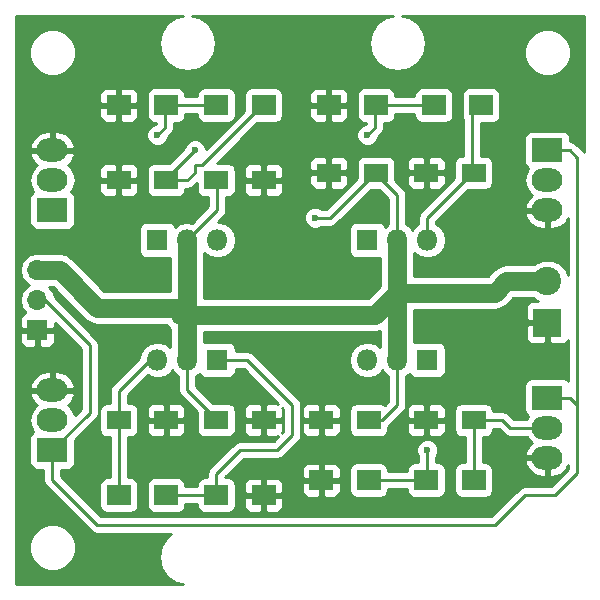
<source format=gbr>
G04 #@! TF.FileFunction,Copper,L2,Bot,Signal*
%FSLAX46Y46*%
G04 Gerber Fmt 4.6, Leading zero omitted, Abs format (unit mm)*
G04 Created by KiCad (PCBNEW 4.0.7) date Tuesday, March 06, 2018 'PMt' 10:16:58 PM*
%MOMM*%
%LPD*%
G01*
G04 APERTURE LIST*
%ADD10C,0.100000*%
%ADD11R,2.000000X1.700000*%
%ADD12R,2.000000X1.600000*%
%ADD13R,1.800000X1.800000*%
%ADD14O,1.800000X1.800000*%
%ADD15R,1.700000X1.700000*%
%ADD16O,1.700000X1.700000*%
%ADD17C,2.400000*%
%ADD18R,2.400000X2.400000*%
%ADD19R,2.600000X2.000000*%
%ADD20O,2.600000X2.000000*%
%ADD21C,0.600000*%
%ADD22C,0.250000*%
%ADD23C,1.600000*%
%ADD24C,0.254000*%
G04 APERTURE END LIST*
D10*
D11*
X130905000Y-67945000D03*
X126905000Y-67945000D03*
X122650000Y-67945000D03*
X118650000Y-67945000D03*
D12*
X126905000Y-74295000D03*
X130905000Y-74295000D03*
X140430000Y-73660000D03*
X136430000Y-73660000D03*
D11*
X149320000Y-67945000D03*
X145320000Y-67945000D03*
X140430000Y-67945000D03*
X136430000Y-67945000D03*
D13*
X121920000Y-79375000D03*
D14*
X124460000Y-79375000D03*
X127000000Y-79375000D03*
D13*
X144780000Y-89535000D03*
D14*
X142240000Y-89535000D03*
X139700000Y-89535000D03*
D11*
X139795000Y-99695000D03*
X135795000Y-99695000D03*
D12*
X126905000Y-94615000D03*
X130905000Y-94615000D03*
X139795000Y-94615000D03*
X135795000Y-94615000D03*
D15*
X111760000Y-86995000D03*
D16*
X111760000Y-84455000D03*
X111760000Y-81915000D03*
D17*
X154940000Y-82860000D03*
D18*
X154940000Y-86360000D03*
D11*
X118650000Y-100965000D03*
X122650000Y-100965000D03*
X126905000Y-100965000D03*
X130905000Y-100965000D03*
X148685000Y-99695000D03*
X144685000Y-99695000D03*
D13*
X139700000Y-79375000D03*
D14*
X142240000Y-79375000D03*
X144780000Y-79375000D03*
D13*
X127000000Y-89535000D03*
D14*
X124460000Y-89535000D03*
X121920000Y-89535000D03*
D19*
X113030000Y-76835000D03*
D20*
X113030000Y-74295000D03*
X113030000Y-71755000D03*
D19*
X154940000Y-71755000D03*
D20*
X154940000Y-74295000D03*
X154940000Y-76835000D03*
D19*
X113030000Y-97155000D03*
D20*
X113030000Y-94615000D03*
X113030000Y-92075000D03*
D19*
X154940000Y-92710000D03*
D20*
X154940000Y-95250000D03*
X154940000Y-97790000D03*
D12*
X122650000Y-74295000D03*
X118650000Y-74295000D03*
X148685000Y-73660000D03*
X144685000Y-73660000D03*
X118650000Y-94615000D03*
X122650000Y-94615000D03*
X148685000Y-94615000D03*
X144685000Y-94615000D03*
D21*
X121920000Y-70485000D03*
X139700000Y-70485000D03*
X135255000Y-77470000D03*
X125095000Y-71755000D03*
X144780000Y-97155000D03*
D22*
X122650000Y-67945000D02*
X122555000Y-67945000D01*
X122555000Y-67945000D02*
X122555000Y-69850000D01*
X122555000Y-69850000D02*
X121920000Y-70485000D01*
X122650000Y-67945000D02*
X126905000Y-67945000D01*
X140430000Y-67945000D02*
X140335000Y-67945000D01*
X140335000Y-67945000D02*
X140335000Y-69850000D01*
X140335000Y-69850000D02*
X139700000Y-70485000D01*
X145320000Y-67945000D02*
X140430000Y-67945000D01*
X140430000Y-73660000D02*
X140335000Y-73660000D01*
X140335000Y-73660000D02*
X136525000Y-77470000D01*
X136525000Y-77470000D02*
X135255000Y-77470000D01*
X126905000Y-74295000D02*
X127000000Y-74295000D01*
X127000000Y-74295000D02*
X127000000Y-76835000D01*
X127000000Y-76835000D02*
X124460000Y-79375000D01*
X142240000Y-79375000D02*
X142240000Y-75565000D01*
X142240000Y-75565000D02*
X140335000Y-73660000D01*
X140335000Y-73660000D02*
X140430000Y-73660000D01*
X139795000Y-94615000D02*
X140970000Y-94615000D01*
X142240000Y-93345000D02*
X142240000Y-89535000D01*
X140970000Y-94615000D02*
X142240000Y-93345000D01*
X126905000Y-94615000D02*
X126905000Y-94520000D01*
X126905000Y-94520000D02*
X124460000Y-92075000D01*
X124460000Y-92075000D02*
X124460000Y-89535000D01*
D23*
X154940000Y-82860000D02*
X151455000Y-82860000D01*
X150495000Y-83820000D02*
X142240000Y-83820000D01*
X151455000Y-82860000D02*
X150495000Y-83820000D01*
X124460000Y-85725000D02*
X140335000Y-85725000D01*
X140335000Y-85725000D02*
X142240000Y-83820000D01*
X142240000Y-79375000D02*
X142240000Y-83820000D01*
X142240000Y-83820000D02*
X142240000Y-89535000D01*
X111760000Y-81915000D02*
X113665000Y-81915000D01*
X123825000Y-85725000D02*
X124460000Y-85725000D01*
X124460000Y-85090000D02*
X123825000Y-85725000D01*
X116840000Y-85090000D02*
X124460000Y-85090000D01*
X113665000Y-81915000D02*
X116840000Y-85090000D01*
X124460000Y-79375000D02*
X124460000Y-85725000D01*
X124460000Y-85725000D02*
X124460000Y-89535000D01*
D22*
X130905000Y-67945000D02*
X130810000Y-67945000D01*
X130810000Y-67945000D02*
X125730000Y-73025000D01*
X125730000Y-73025000D02*
X125095000Y-73025000D01*
X125095000Y-73025000D02*
X125095000Y-73660000D01*
X125095000Y-73660000D02*
X124460000Y-74295000D01*
X124460000Y-74295000D02*
X122650000Y-74295000D01*
X122650000Y-74295000D02*
X122555000Y-74295000D01*
X122555000Y-74295000D02*
X125095000Y-71755000D01*
X144780000Y-79375000D02*
X144780000Y-77470000D01*
X144780000Y-77470000D02*
X148590000Y-73660000D01*
X148590000Y-73660000D02*
X148685000Y-73660000D01*
X148685000Y-73660000D02*
X148590000Y-73660000D01*
X148590000Y-73660000D02*
X148590000Y-68580000D01*
X148590000Y-68580000D02*
X149225000Y-67945000D01*
X149225000Y-67945000D02*
X149320000Y-67945000D01*
X118650000Y-94615000D02*
X118650000Y-92170000D01*
X118650000Y-92170000D02*
X121285000Y-89535000D01*
X121285000Y-89535000D02*
X121920000Y-89535000D01*
X118650000Y-94615000D02*
X118650000Y-100965000D01*
X154940000Y-95250000D02*
X151765000Y-95250000D01*
X151130000Y-94615000D02*
X148685000Y-94615000D01*
X151765000Y-95250000D02*
X151130000Y-94615000D01*
X148685000Y-99695000D02*
X148685000Y-94615000D01*
X157480000Y-93345000D02*
X157480000Y-72390000D01*
X156845000Y-71755000D02*
X154940000Y-71755000D01*
X157480000Y-72390000D02*
X156845000Y-71755000D01*
X128905000Y-103505000D02*
X146050000Y-103505000D01*
X113030000Y-99695000D02*
X116840000Y-103505000D01*
X116840000Y-103505000D02*
X128905000Y-103505000D01*
X113030000Y-97155000D02*
X113030000Y-99695000D01*
X156845000Y-92710000D02*
X154940000Y-92710000D01*
X157480000Y-93345000D02*
X156845000Y-92710000D01*
X157480000Y-99060000D02*
X157480000Y-93345000D01*
X155575000Y-100965000D02*
X157480000Y-99060000D01*
X153035000Y-100965000D02*
X155575000Y-100965000D01*
X150495000Y-103505000D02*
X153035000Y-100965000D01*
X146050000Y-103505000D02*
X150495000Y-103505000D01*
X111760000Y-84455000D02*
X112395000Y-84455000D01*
X112395000Y-84455000D02*
X116205000Y-88265000D01*
X116205000Y-88265000D02*
X116205000Y-93980000D01*
X116205000Y-93980000D02*
X113030000Y-97155000D01*
X126905000Y-100965000D02*
X126905000Y-99155000D01*
X129540000Y-89535000D02*
X127000000Y-89535000D01*
X133350000Y-93345000D02*
X129540000Y-89535000D01*
X133350000Y-95885000D02*
X133350000Y-93345000D01*
X132080000Y-97155000D02*
X133350000Y-95885000D01*
X128905000Y-97155000D02*
X132080000Y-97155000D01*
X126905000Y-99155000D02*
X128905000Y-97155000D01*
X122650000Y-100965000D02*
X126905000Y-100965000D01*
X144780000Y-97155000D02*
X144780000Y-99695000D01*
X144780000Y-99695000D02*
X144685000Y-99695000D01*
X139795000Y-99695000D02*
X144685000Y-99695000D01*
D24*
G36*
X123500575Y-60511547D02*
X122726825Y-61028550D01*
X122209822Y-61802300D01*
X122028275Y-62715000D01*
X122209822Y-63627700D01*
X122726825Y-64401450D01*
X123500575Y-64918453D01*
X124413275Y-65100000D01*
X124506725Y-65100000D01*
X125419425Y-64918453D01*
X126193175Y-64401450D01*
X126710178Y-63627700D01*
X126891725Y-62715000D01*
X126710178Y-61802300D01*
X126193175Y-61028550D01*
X125419425Y-60511547D01*
X124858639Y-60400000D01*
X141841361Y-60400000D01*
X141280575Y-60511547D01*
X140506825Y-61028550D01*
X139989822Y-61802300D01*
X139808275Y-62715000D01*
X139989822Y-63627700D01*
X140506825Y-64401450D01*
X141280575Y-64918453D01*
X142193275Y-65100000D01*
X142286725Y-65100000D01*
X143199425Y-64918453D01*
X143973175Y-64401450D01*
X144312837Y-63893109D01*
X152954657Y-63893109D01*
X153256218Y-64622943D01*
X153814120Y-65181819D01*
X154543427Y-65484654D01*
X155333109Y-65485343D01*
X156062943Y-65183782D01*
X156621819Y-64625880D01*
X156924654Y-63896573D01*
X156925343Y-63106891D01*
X156623782Y-62377057D01*
X156065880Y-61818181D01*
X155336573Y-61515346D01*
X154546891Y-61514657D01*
X153817057Y-61816218D01*
X153258181Y-62374120D01*
X152955346Y-63103427D01*
X152954657Y-63893109D01*
X144312837Y-63893109D01*
X144490178Y-63627700D01*
X144671725Y-62715000D01*
X144490178Y-61802300D01*
X143973175Y-61028550D01*
X143199425Y-60511547D01*
X142638639Y-60400000D01*
X158040000Y-60400000D01*
X158040000Y-71886421D01*
X158017401Y-71852599D01*
X157382401Y-71217599D01*
X157135839Y-71052852D01*
X156887440Y-71003442D01*
X156887440Y-70755000D01*
X156843162Y-70519683D01*
X156704090Y-70303559D01*
X156491890Y-70158569D01*
X156240000Y-70107560D01*
X153640000Y-70107560D01*
X153404683Y-70151838D01*
X153188559Y-70290910D01*
X153043569Y-70503110D01*
X152992560Y-70755000D01*
X152992560Y-72755000D01*
X153036838Y-72990317D01*
X153175910Y-73206441D01*
X153330329Y-73311951D01*
X153091548Y-73669313D01*
X152967091Y-74295000D01*
X153091548Y-74920687D01*
X153445971Y-75451120D01*
X153636188Y-75578219D01*
X153394078Y-75768683D01*
X153080856Y-76326645D01*
X153049876Y-76454566D01*
X153169223Y-76708000D01*
X154813000Y-76708000D01*
X154813000Y-76688000D01*
X155067000Y-76688000D01*
X155067000Y-76708000D01*
X155087000Y-76708000D01*
X155087000Y-76962000D01*
X155067000Y-76962000D01*
X155067000Y-78470000D01*
X155367000Y-78470000D01*
X155983020Y-78296942D01*
X156485922Y-77901317D01*
X156720000Y-77484339D01*
X156720000Y-82362717D01*
X156496545Y-81821914D01*
X155980801Y-81305270D01*
X155306605Y-81025319D01*
X154576597Y-81024682D01*
X153901914Y-81303455D01*
X153780157Y-81425000D01*
X151455000Y-81425000D01*
X150905849Y-81534233D01*
X150479368Y-81819199D01*
X150440302Y-81845302D01*
X149900604Y-82385000D01*
X143675000Y-82385000D01*
X143675000Y-80467412D01*
X144162509Y-80793155D01*
X144749928Y-80910000D01*
X144810072Y-80910000D01*
X145397491Y-80793155D01*
X145895481Y-80460409D01*
X146228227Y-79962419D01*
X146345072Y-79375000D01*
X146228227Y-78787581D01*
X145895481Y-78289591D01*
X145540000Y-78052066D01*
X145540000Y-77784802D01*
X146109368Y-77215434D01*
X153049876Y-77215434D01*
X153080856Y-77343355D01*
X153394078Y-77901317D01*
X153896980Y-78296942D01*
X154513000Y-78470000D01*
X154813000Y-78470000D01*
X154813000Y-76962000D01*
X153169223Y-76962000D01*
X153049876Y-77215434D01*
X146109368Y-77215434D01*
X148217362Y-75107440D01*
X149685000Y-75107440D01*
X149920317Y-75063162D01*
X150136441Y-74924090D01*
X150281431Y-74711890D01*
X150332440Y-74460000D01*
X150332440Y-72860000D01*
X150288162Y-72624683D01*
X150149090Y-72408559D01*
X149936890Y-72263569D01*
X149685000Y-72212560D01*
X149350000Y-72212560D01*
X149350000Y-69442440D01*
X150320000Y-69442440D01*
X150555317Y-69398162D01*
X150771441Y-69259090D01*
X150916431Y-69046890D01*
X150967440Y-68795000D01*
X150967440Y-67095000D01*
X150923162Y-66859683D01*
X150784090Y-66643559D01*
X150571890Y-66498569D01*
X150320000Y-66447560D01*
X148320000Y-66447560D01*
X148084683Y-66491838D01*
X147868559Y-66630910D01*
X147723569Y-66843110D01*
X147672560Y-67095000D01*
X147672560Y-68795000D01*
X147716838Y-69030317D01*
X147830000Y-69206176D01*
X147830000Y-72212560D01*
X147685000Y-72212560D01*
X147449683Y-72256838D01*
X147233559Y-72395910D01*
X147088569Y-72608110D01*
X147037560Y-72860000D01*
X147037560Y-74137638D01*
X144242599Y-76932599D01*
X144077852Y-77179161D01*
X144020000Y-77470000D01*
X144020000Y-78052066D01*
X143664519Y-78289591D01*
X143510000Y-78520845D01*
X143355481Y-78289591D01*
X143000000Y-78052066D01*
X143000000Y-75565000D01*
X142942148Y-75274161D01*
X142777401Y-75027599D01*
X142077440Y-74327638D01*
X142077440Y-73945750D01*
X143050000Y-73945750D01*
X143050000Y-74586310D01*
X143146673Y-74819699D01*
X143325302Y-74998327D01*
X143558691Y-75095000D01*
X144399250Y-75095000D01*
X144558000Y-74936250D01*
X144558000Y-73787000D01*
X144812000Y-73787000D01*
X144812000Y-74936250D01*
X144970750Y-75095000D01*
X145811309Y-75095000D01*
X146044698Y-74998327D01*
X146223327Y-74819699D01*
X146320000Y-74586310D01*
X146320000Y-73945750D01*
X146161250Y-73787000D01*
X144812000Y-73787000D01*
X144558000Y-73787000D01*
X143208750Y-73787000D01*
X143050000Y-73945750D01*
X142077440Y-73945750D01*
X142077440Y-72860000D01*
X142053674Y-72733690D01*
X143050000Y-72733690D01*
X143050000Y-73374250D01*
X143208750Y-73533000D01*
X144558000Y-73533000D01*
X144558000Y-72383750D01*
X144812000Y-72383750D01*
X144812000Y-73533000D01*
X146161250Y-73533000D01*
X146320000Y-73374250D01*
X146320000Y-72733690D01*
X146223327Y-72500301D01*
X146044698Y-72321673D01*
X145811309Y-72225000D01*
X144970750Y-72225000D01*
X144812000Y-72383750D01*
X144558000Y-72383750D01*
X144399250Y-72225000D01*
X143558691Y-72225000D01*
X143325302Y-72321673D01*
X143146673Y-72500301D01*
X143050000Y-72733690D01*
X142053674Y-72733690D01*
X142033162Y-72624683D01*
X141894090Y-72408559D01*
X141681890Y-72263569D01*
X141430000Y-72212560D01*
X139430000Y-72212560D01*
X139194683Y-72256838D01*
X138978559Y-72395910D01*
X138833569Y-72608110D01*
X138782560Y-72860000D01*
X138782560Y-74137638D01*
X136210198Y-76710000D01*
X135817463Y-76710000D01*
X135785327Y-76677808D01*
X135441799Y-76535162D01*
X135069833Y-76534838D01*
X134726057Y-76676883D01*
X134462808Y-76939673D01*
X134320162Y-77283201D01*
X134319838Y-77655167D01*
X134461883Y-77998943D01*
X134724673Y-78262192D01*
X135068201Y-78404838D01*
X135440167Y-78405162D01*
X135783943Y-78263117D01*
X135817118Y-78230000D01*
X136525000Y-78230000D01*
X136815839Y-78172148D01*
X137062401Y-78007401D01*
X139962362Y-75107440D01*
X140707638Y-75107440D01*
X141480000Y-75879802D01*
X141480000Y-78052066D01*
X141201974Y-78237837D01*
X141064090Y-78023559D01*
X140851890Y-77878569D01*
X140600000Y-77827560D01*
X138800000Y-77827560D01*
X138564683Y-77871838D01*
X138348559Y-78010910D01*
X138203569Y-78223110D01*
X138152560Y-78475000D01*
X138152560Y-80275000D01*
X138196838Y-80510317D01*
X138335910Y-80726441D01*
X138548110Y-80871431D01*
X138800000Y-80922440D01*
X140600000Y-80922440D01*
X140805000Y-80883867D01*
X140805000Y-83225604D01*
X139740604Y-84290000D01*
X125895000Y-84290000D01*
X125895000Y-80467412D01*
X126382509Y-80793155D01*
X126969928Y-80910000D01*
X127030072Y-80910000D01*
X127617491Y-80793155D01*
X128115481Y-80460409D01*
X128448227Y-79962419D01*
X128565072Y-79375000D01*
X128448227Y-78787581D01*
X128115481Y-78289591D01*
X127617491Y-77956845D01*
X127063210Y-77846592D01*
X127537401Y-77372401D01*
X127702148Y-77125840D01*
X127711746Y-77077586D01*
X127760000Y-76835000D01*
X127760000Y-75742440D01*
X127905000Y-75742440D01*
X128140317Y-75698162D01*
X128356441Y-75559090D01*
X128501431Y-75346890D01*
X128552440Y-75095000D01*
X128552440Y-74580750D01*
X129270000Y-74580750D01*
X129270000Y-75221310D01*
X129366673Y-75454699D01*
X129545302Y-75633327D01*
X129778691Y-75730000D01*
X130619250Y-75730000D01*
X130778000Y-75571250D01*
X130778000Y-74422000D01*
X131032000Y-74422000D01*
X131032000Y-75571250D01*
X131190750Y-75730000D01*
X132031309Y-75730000D01*
X132264698Y-75633327D01*
X132443327Y-75454699D01*
X132540000Y-75221310D01*
X132540000Y-74580750D01*
X132381250Y-74422000D01*
X131032000Y-74422000D01*
X130778000Y-74422000D01*
X129428750Y-74422000D01*
X129270000Y-74580750D01*
X128552440Y-74580750D01*
X128552440Y-73495000D01*
X128528674Y-73368690D01*
X129270000Y-73368690D01*
X129270000Y-74009250D01*
X129428750Y-74168000D01*
X130778000Y-74168000D01*
X130778000Y-73018750D01*
X131032000Y-73018750D01*
X131032000Y-74168000D01*
X132381250Y-74168000D01*
X132540000Y-74009250D01*
X132540000Y-73945750D01*
X134795000Y-73945750D01*
X134795000Y-74586310D01*
X134891673Y-74819699D01*
X135070302Y-74998327D01*
X135303691Y-75095000D01*
X136144250Y-75095000D01*
X136303000Y-74936250D01*
X136303000Y-73787000D01*
X136557000Y-73787000D01*
X136557000Y-74936250D01*
X136715750Y-75095000D01*
X137556309Y-75095000D01*
X137789698Y-74998327D01*
X137968327Y-74819699D01*
X138065000Y-74586310D01*
X138065000Y-73945750D01*
X137906250Y-73787000D01*
X136557000Y-73787000D01*
X136303000Y-73787000D01*
X134953750Y-73787000D01*
X134795000Y-73945750D01*
X132540000Y-73945750D01*
X132540000Y-73368690D01*
X132443327Y-73135301D01*
X132264698Y-72956673D01*
X132031309Y-72860000D01*
X131190750Y-72860000D01*
X131032000Y-73018750D01*
X130778000Y-73018750D01*
X130619250Y-72860000D01*
X129778691Y-72860000D01*
X129545302Y-72956673D01*
X129366673Y-73135301D01*
X129270000Y-73368690D01*
X128528674Y-73368690D01*
X128508162Y-73259683D01*
X128369090Y-73043559D01*
X128156890Y-72898569D01*
X127905000Y-72847560D01*
X126982242Y-72847560D01*
X127096112Y-72733690D01*
X134795000Y-72733690D01*
X134795000Y-73374250D01*
X134953750Y-73533000D01*
X136303000Y-73533000D01*
X136303000Y-72383750D01*
X136557000Y-72383750D01*
X136557000Y-73533000D01*
X137906250Y-73533000D01*
X138065000Y-73374250D01*
X138065000Y-72733690D01*
X137968327Y-72500301D01*
X137789698Y-72321673D01*
X137556309Y-72225000D01*
X136715750Y-72225000D01*
X136557000Y-72383750D01*
X136303000Y-72383750D01*
X136144250Y-72225000D01*
X135303691Y-72225000D01*
X135070302Y-72321673D01*
X134891673Y-72500301D01*
X134795000Y-72733690D01*
X127096112Y-72733690D01*
X129159635Y-70670167D01*
X138764838Y-70670167D01*
X138906883Y-71013943D01*
X139169673Y-71277192D01*
X139513201Y-71419838D01*
X139885167Y-71420162D01*
X140228943Y-71278117D01*
X140492192Y-71015327D01*
X140634838Y-70671799D01*
X140634879Y-70624923D01*
X140872401Y-70387401D01*
X141037148Y-70140839D01*
X141095000Y-69850000D01*
X141095000Y-69442440D01*
X141430000Y-69442440D01*
X141665317Y-69398162D01*
X141881441Y-69259090D01*
X142026431Y-69046890D01*
X142077440Y-68795000D01*
X142077440Y-68705000D01*
X143672560Y-68705000D01*
X143672560Y-68795000D01*
X143716838Y-69030317D01*
X143855910Y-69246441D01*
X144068110Y-69391431D01*
X144320000Y-69442440D01*
X146320000Y-69442440D01*
X146555317Y-69398162D01*
X146771441Y-69259090D01*
X146916431Y-69046890D01*
X146967440Y-68795000D01*
X146967440Y-67095000D01*
X146923162Y-66859683D01*
X146784090Y-66643559D01*
X146571890Y-66498569D01*
X146320000Y-66447560D01*
X144320000Y-66447560D01*
X144084683Y-66491838D01*
X143868559Y-66630910D01*
X143723569Y-66843110D01*
X143672560Y-67095000D01*
X143672560Y-67185000D01*
X142077440Y-67185000D01*
X142077440Y-67095000D01*
X142033162Y-66859683D01*
X141894090Y-66643559D01*
X141681890Y-66498569D01*
X141430000Y-66447560D01*
X139430000Y-66447560D01*
X139194683Y-66491838D01*
X138978559Y-66630910D01*
X138833569Y-66843110D01*
X138782560Y-67095000D01*
X138782560Y-68795000D01*
X138826838Y-69030317D01*
X138965910Y-69246441D01*
X139178110Y-69391431D01*
X139430000Y-69442440D01*
X139575000Y-69442440D01*
X139575000Y-69535198D01*
X139560320Y-69549878D01*
X139514833Y-69549838D01*
X139171057Y-69691883D01*
X138907808Y-69954673D01*
X138765162Y-70298201D01*
X138764838Y-70670167D01*
X129159635Y-70670167D01*
X130387362Y-69442440D01*
X131905000Y-69442440D01*
X132140317Y-69398162D01*
X132356441Y-69259090D01*
X132501431Y-69046890D01*
X132552440Y-68795000D01*
X132552440Y-68230750D01*
X134795000Y-68230750D01*
X134795000Y-68921310D01*
X134891673Y-69154699D01*
X135070302Y-69333327D01*
X135303691Y-69430000D01*
X136144250Y-69430000D01*
X136303000Y-69271250D01*
X136303000Y-68072000D01*
X136557000Y-68072000D01*
X136557000Y-69271250D01*
X136715750Y-69430000D01*
X137556309Y-69430000D01*
X137789698Y-69333327D01*
X137968327Y-69154699D01*
X138065000Y-68921310D01*
X138065000Y-68230750D01*
X137906250Y-68072000D01*
X136557000Y-68072000D01*
X136303000Y-68072000D01*
X134953750Y-68072000D01*
X134795000Y-68230750D01*
X132552440Y-68230750D01*
X132552440Y-67095000D01*
X132528674Y-66968690D01*
X134795000Y-66968690D01*
X134795000Y-67659250D01*
X134953750Y-67818000D01*
X136303000Y-67818000D01*
X136303000Y-66618750D01*
X136557000Y-66618750D01*
X136557000Y-67818000D01*
X137906250Y-67818000D01*
X138065000Y-67659250D01*
X138065000Y-66968690D01*
X137968327Y-66735301D01*
X137789698Y-66556673D01*
X137556309Y-66460000D01*
X136715750Y-66460000D01*
X136557000Y-66618750D01*
X136303000Y-66618750D01*
X136144250Y-66460000D01*
X135303691Y-66460000D01*
X135070302Y-66556673D01*
X134891673Y-66735301D01*
X134795000Y-66968690D01*
X132528674Y-66968690D01*
X132508162Y-66859683D01*
X132369090Y-66643559D01*
X132156890Y-66498569D01*
X131905000Y-66447560D01*
X129905000Y-66447560D01*
X129669683Y-66491838D01*
X129453559Y-66630910D01*
X129308569Y-66843110D01*
X129257560Y-67095000D01*
X129257560Y-68422638D01*
X126030092Y-71650106D01*
X126030162Y-71569833D01*
X125888117Y-71226057D01*
X125625327Y-70962808D01*
X125281799Y-70820162D01*
X124909833Y-70819838D01*
X124566057Y-70961883D01*
X124302808Y-71224673D01*
X124160162Y-71568201D01*
X124160121Y-71615077D01*
X122927638Y-72847560D01*
X121650000Y-72847560D01*
X121414683Y-72891838D01*
X121198559Y-73030910D01*
X121053569Y-73243110D01*
X121002560Y-73495000D01*
X121002560Y-75095000D01*
X121046838Y-75330317D01*
X121185910Y-75546441D01*
X121398110Y-75691431D01*
X121650000Y-75742440D01*
X123650000Y-75742440D01*
X123885317Y-75698162D01*
X124101441Y-75559090D01*
X124246431Y-75346890D01*
X124297440Y-75095000D01*
X124297440Y-75055000D01*
X124460000Y-75055000D01*
X124750839Y-74997148D01*
X124997401Y-74832401D01*
X125257560Y-74572242D01*
X125257560Y-75095000D01*
X125301838Y-75330317D01*
X125440910Y-75546441D01*
X125653110Y-75691431D01*
X125905000Y-75742440D01*
X126240000Y-75742440D01*
X126240000Y-76520198D01*
X124848835Y-77911363D01*
X124490072Y-77840000D01*
X124429928Y-77840000D01*
X123842509Y-77956845D01*
X123421974Y-78237837D01*
X123284090Y-78023559D01*
X123071890Y-77878569D01*
X122820000Y-77827560D01*
X121020000Y-77827560D01*
X120784683Y-77871838D01*
X120568559Y-78010910D01*
X120423569Y-78223110D01*
X120372560Y-78475000D01*
X120372560Y-80275000D01*
X120416838Y-80510317D01*
X120555910Y-80726441D01*
X120768110Y-80871431D01*
X121020000Y-80922440D01*
X122820000Y-80922440D01*
X123025000Y-80883867D01*
X123025000Y-83655000D01*
X117434396Y-83655000D01*
X114679698Y-80900302D01*
X114646563Y-80878162D01*
X114214151Y-80589233D01*
X113665000Y-80480000D01*
X112040460Y-80480000D01*
X111789093Y-80430000D01*
X111730907Y-80430000D01*
X111162622Y-80543039D01*
X110680853Y-80864946D01*
X110358946Y-81346715D01*
X110245907Y-81915000D01*
X110358946Y-82483285D01*
X110680853Y-82965054D01*
X111010026Y-83185000D01*
X110680853Y-83404946D01*
X110358946Y-83886715D01*
X110245907Y-84455000D01*
X110358946Y-85023285D01*
X110680853Y-85505054D01*
X110724777Y-85534403D01*
X110550302Y-85606673D01*
X110371673Y-85785301D01*
X110275000Y-86018690D01*
X110275000Y-86709250D01*
X110433750Y-86868000D01*
X111633000Y-86868000D01*
X111633000Y-86848000D01*
X111887000Y-86848000D01*
X111887000Y-86868000D01*
X113086250Y-86868000D01*
X113245000Y-86709250D01*
X113245000Y-86379802D01*
X115445000Y-88579802D01*
X115445000Y-93665198D01*
X114918674Y-94191524D01*
X114878452Y-93989313D01*
X114524029Y-93458880D01*
X114333812Y-93331781D01*
X114575922Y-93141317D01*
X114889144Y-92583355D01*
X114920124Y-92455434D01*
X114800777Y-92202000D01*
X113157000Y-92202000D01*
X113157000Y-92222000D01*
X112903000Y-92222000D01*
X112903000Y-92202000D01*
X111259223Y-92202000D01*
X111139876Y-92455434D01*
X111170856Y-92583355D01*
X111484078Y-93141317D01*
X111726188Y-93331781D01*
X111535971Y-93458880D01*
X111181548Y-93989313D01*
X111057091Y-94615000D01*
X111181548Y-95240687D01*
X111421093Y-95599192D01*
X111278559Y-95690910D01*
X111133569Y-95903110D01*
X111082560Y-96155000D01*
X111082560Y-98155000D01*
X111126838Y-98390317D01*
X111265910Y-98606441D01*
X111478110Y-98751431D01*
X111730000Y-98802440D01*
X112270000Y-98802440D01*
X112270000Y-99695000D01*
X112327852Y-99985839D01*
X112492599Y-100232401D01*
X116302599Y-104042401D01*
X116549161Y-104207148D01*
X116840000Y-104265000D01*
X123091323Y-104265000D01*
X122726825Y-104508550D01*
X122209822Y-105282300D01*
X122028275Y-106195000D01*
X122209822Y-107107700D01*
X122726825Y-107881450D01*
X123500575Y-108398453D01*
X124061361Y-108510000D01*
X109930000Y-108510000D01*
X109930000Y-105803109D01*
X111044657Y-105803109D01*
X111346218Y-106532943D01*
X111904120Y-107091819D01*
X112633427Y-107394654D01*
X113423109Y-107395343D01*
X114152943Y-107093782D01*
X114711819Y-106535880D01*
X115014654Y-105806573D01*
X115015343Y-105016891D01*
X114713782Y-104287057D01*
X114155880Y-103728181D01*
X113426573Y-103425346D01*
X112636891Y-103424657D01*
X111907057Y-103726218D01*
X111348181Y-104284120D01*
X111045346Y-105013427D01*
X111044657Y-105803109D01*
X109930000Y-105803109D01*
X109930000Y-91694566D01*
X111139876Y-91694566D01*
X111259223Y-91948000D01*
X112903000Y-91948000D01*
X112903000Y-90440000D01*
X113157000Y-90440000D01*
X113157000Y-91948000D01*
X114800777Y-91948000D01*
X114920124Y-91694566D01*
X114889144Y-91566645D01*
X114575922Y-91008683D01*
X114073020Y-90613058D01*
X113457000Y-90440000D01*
X113157000Y-90440000D01*
X112903000Y-90440000D01*
X112603000Y-90440000D01*
X111986980Y-90613058D01*
X111484078Y-91008683D01*
X111170856Y-91566645D01*
X111139876Y-91694566D01*
X109930000Y-91694566D01*
X109930000Y-87280750D01*
X110275000Y-87280750D01*
X110275000Y-87971310D01*
X110371673Y-88204699D01*
X110550302Y-88383327D01*
X110783691Y-88480000D01*
X111474250Y-88480000D01*
X111633000Y-88321250D01*
X111633000Y-87122000D01*
X111887000Y-87122000D01*
X111887000Y-88321250D01*
X112045750Y-88480000D01*
X112736309Y-88480000D01*
X112969698Y-88383327D01*
X113148327Y-88204699D01*
X113245000Y-87971310D01*
X113245000Y-87280750D01*
X113086250Y-87122000D01*
X111887000Y-87122000D01*
X111633000Y-87122000D01*
X110433750Y-87122000D01*
X110275000Y-87280750D01*
X109930000Y-87280750D01*
X109930000Y-74295000D01*
X111057091Y-74295000D01*
X111181548Y-74920687D01*
X111421093Y-75279192D01*
X111278559Y-75370910D01*
X111133569Y-75583110D01*
X111082560Y-75835000D01*
X111082560Y-77835000D01*
X111126838Y-78070317D01*
X111265910Y-78286441D01*
X111478110Y-78431431D01*
X111730000Y-78482440D01*
X114330000Y-78482440D01*
X114565317Y-78438162D01*
X114781441Y-78299090D01*
X114926431Y-78086890D01*
X114977440Y-77835000D01*
X114977440Y-75835000D01*
X114933162Y-75599683D01*
X114794090Y-75383559D01*
X114639671Y-75278049D01*
X114878452Y-74920687D01*
X114946069Y-74580750D01*
X117015000Y-74580750D01*
X117015000Y-75221310D01*
X117111673Y-75454699D01*
X117290302Y-75633327D01*
X117523691Y-75730000D01*
X118364250Y-75730000D01*
X118523000Y-75571250D01*
X118523000Y-74422000D01*
X118777000Y-74422000D01*
X118777000Y-75571250D01*
X118935750Y-75730000D01*
X119776309Y-75730000D01*
X120009698Y-75633327D01*
X120188327Y-75454699D01*
X120285000Y-75221310D01*
X120285000Y-74580750D01*
X120126250Y-74422000D01*
X118777000Y-74422000D01*
X118523000Y-74422000D01*
X117173750Y-74422000D01*
X117015000Y-74580750D01*
X114946069Y-74580750D01*
X115002909Y-74295000D01*
X114878452Y-73669313D01*
X114677583Y-73368690D01*
X117015000Y-73368690D01*
X117015000Y-74009250D01*
X117173750Y-74168000D01*
X118523000Y-74168000D01*
X118523000Y-73018750D01*
X118777000Y-73018750D01*
X118777000Y-74168000D01*
X120126250Y-74168000D01*
X120285000Y-74009250D01*
X120285000Y-73368690D01*
X120188327Y-73135301D01*
X120009698Y-72956673D01*
X119776309Y-72860000D01*
X118935750Y-72860000D01*
X118777000Y-73018750D01*
X118523000Y-73018750D01*
X118364250Y-72860000D01*
X117523691Y-72860000D01*
X117290302Y-72956673D01*
X117111673Y-73135301D01*
X117015000Y-73368690D01*
X114677583Y-73368690D01*
X114524029Y-73138880D01*
X114333812Y-73011781D01*
X114575922Y-72821317D01*
X114889144Y-72263355D01*
X114920124Y-72135434D01*
X114800777Y-71882000D01*
X113157000Y-71882000D01*
X113157000Y-71902000D01*
X112903000Y-71902000D01*
X112903000Y-71882000D01*
X111259223Y-71882000D01*
X111139876Y-72135434D01*
X111170856Y-72263355D01*
X111484078Y-72821317D01*
X111726188Y-73011781D01*
X111535971Y-73138880D01*
X111181548Y-73669313D01*
X111057091Y-74295000D01*
X109930000Y-74295000D01*
X109930000Y-71374566D01*
X111139876Y-71374566D01*
X111259223Y-71628000D01*
X112903000Y-71628000D01*
X112903000Y-70120000D01*
X113157000Y-70120000D01*
X113157000Y-71628000D01*
X114800777Y-71628000D01*
X114920124Y-71374566D01*
X114889144Y-71246645D01*
X114575922Y-70688683D01*
X114552386Y-70670167D01*
X120984838Y-70670167D01*
X121126883Y-71013943D01*
X121389673Y-71277192D01*
X121733201Y-71419838D01*
X122105167Y-71420162D01*
X122448943Y-71278117D01*
X122712192Y-71015327D01*
X122854838Y-70671799D01*
X122854879Y-70624923D01*
X123092401Y-70387401D01*
X123257148Y-70140839D01*
X123315000Y-69850000D01*
X123315000Y-69442440D01*
X123650000Y-69442440D01*
X123885317Y-69398162D01*
X124101441Y-69259090D01*
X124246431Y-69046890D01*
X124297440Y-68795000D01*
X124297440Y-68705000D01*
X125257560Y-68705000D01*
X125257560Y-68795000D01*
X125301838Y-69030317D01*
X125440910Y-69246441D01*
X125653110Y-69391431D01*
X125905000Y-69442440D01*
X127905000Y-69442440D01*
X128140317Y-69398162D01*
X128356441Y-69259090D01*
X128501431Y-69046890D01*
X128552440Y-68795000D01*
X128552440Y-67095000D01*
X128508162Y-66859683D01*
X128369090Y-66643559D01*
X128156890Y-66498569D01*
X127905000Y-66447560D01*
X125905000Y-66447560D01*
X125669683Y-66491838D01*
X125453559Y-66630910D01*
X125308569Y-66843110D01*
X125257560Y-67095000D01*
X125257560Y-67185000D01*
X124297440Y-67185000D01*
X124297440Y-67095000D01*
X124253162Y-66859683D01*
X124114090Y-66643559D01*
X123901890Y-66498569D01*
X123650000Y-66447560D01*
X121650000Y-66447560D01*
X121414683Y-66491838D01*
X121198559Y-66630910D01*
X121053569Y-66843110D01*
X121002560Y-67095000D01*
X121002560Y-68795000D01*
X121046838Y-69030317D01*
X121185910Y-69246441D01*
X121398110Y-69391431D01*
X121650000Y-69442440D01*
X121795000Y-69442440D01*
X121795000Y-69535198D01*
X121780320Y-69549878D01*
X121734833Y-69549838D01*
X121391057Y-69691883D01*
X121127808Y-69954673D01*
X120985162Y-70298201D01*
X120984838Y-70670167D01*
X114552386Y-70670167D01*
X114073020Y-70293058D01*
X113457000Y-70120000D01*
X113157000Y-70120000D01*
X112903000Y-70120000D01*
X112603000Y-70120000D01*
X111986980Y-70293058D01*
X111484078Y-70688683D01*
X111170856Y-71246645D01*
X111139876Y-71374566D01*
X109930000Y-71374566D01*
X109930000Y-68230750D01*
X117015000Y-68230750D01*
X117015000Y-68921310D01*
X117111673Y-69154699D01*
X117290302Y-69333327D01*
X117523691Y-69430000D01*
X118364250Y-69430000D01*
X118523000Y-69271250D01*
X118523000Y-68072000D01*
X118777000Y-68072000D01*
X118777000Y-69271250D01*
X118935750Y-69430000D01*
X119776309Y-69430000D01*
X120009698Y-69333327D01*
X120188327Y-69154699D01*
X120285000Y-68921310D01*
X120285000Y-68230750D01*
X120126250Y-68072000D01*
X118777000Y-68072000D01*
X118523000Y-68072000D01*
X117173750Y-68072000D01*
X117015000Y-68230750D01*
X109930000Y-68230750D01*
X109930000Y-66968690D01*
X117015000Y-66968690D01*
X117015000Y-67659250D01*
X117173750Y-67818000D01*
X118523000Y-67818000D01*
X118523000Y-66618750D01*
X118777000Y-66618750D01*
X118777000Y-67818000D01*
X120126250Y-67818000D01*
X120285000Y-67659250D01*
X120285000Y-66968690D01*
X120188327Y-66735301D01*
X120009698Y-66556673D01*
X119776309Y-66460000D01*
X118935750Y-66460000D01*
X118777000Y-66618750D01*
X118523000Y-66618750D01*
X118364250Y-66460000D01*
X117523691Y-66460000D01*
X117290302Y-66556673D01*
X117111673Y-66735301D01*
X117015000Y-66968690D01*
X109930000Y-66968690D01*
X109930000Y-63893109D01*
X111044657Y-63893109D01*
X111346218Y-64622943D01*
X111904120Y-65181819D01*
X112633427Y-65484654D01*
X113423109Y-65485343D01*
X114152943Y-65183782D01*
X114711819Y-64625880D01*
X115014654Y-63896573D01*
X115015343Y-63106891D01*
X114713782Y-62377057D01*
X114155880Y-61818181D01*
X113426573Y-61515346D01*
X112636891Y-61514657D01*
X111907057Y-61816218D01*
X111348181Y-62374120D01*
X111045346Y-63103427D01*
X111044657Y-63893109D01*
X109930000Y-63893109D01*
X109930000Y-60400000D01*
X124061361Y-60400000D01*
X123500575Y-60511547D01*
X123500575Y-60511547D01*
G37*
X123500575Y-60511547D02*
X122726825Y-61028550D01*
X122209822Y-61802300D01*
X122028275Y-62715000D01*
X122209822Y-63627700D01*
X122726825Y-64401450D01*
X123500575Y-64918453D01*
X124413275Y-65100000D01*
X124506725Y-65100000D01*
X125419425Y-64918453D01*
X126193175Y-64401450D01*
X126710178Y-63627700D01*
X126891725Y-62715000D01*
X126710178Y-61802300D01*
X126193175Y-61028550D01*
X125419425Y-60511547D01*
X124858639Y-60400000D01*
X141841361Y-60400000D01*
X141280575Y-60511547D01*
X140506825Y-61028550D01*
X139989822Y-61802300D01*
X139808275Y-62715000D01*
X139989822Y-63627700D01*
X140506825Y-64401450D01*
X141280575Y-64918453D01*
X142193275Y-65100000D01*
X142286725Y-65100000D01*
X143199425Y-64918453D01*
X143973175Y-64401450D01*
X144312837Y-63893109D01*
X152954657Y-63893109D01*
X153256218Y-64622943D01*
X153814120Y-65181819D01*
X154543427Y-65484654D01*
X155333109Y-65485343D01*
X156062943Y-65183782D01*
X156621819Y-64625880D01*
X156924654Y-63896573D01*
X156925343Y-63106891D01*
X156623782Y-62377057D01*
X156065880Y-61818181D01*
X155336573Y-61515346D01*
X154546891Y-61514657D01*
X153817057Y-61816218D01*
X153258181Y-62374120D01*
X152955346Y-63103427D01*
X152954657Y-63893109D01*
X144312837Y-63893109D01*
X144490178Y-63627700D01*
X144671725Y-62715000D01*
X144490178Y-61802300D01*
X143973175Y-61028550D01*
X143199425Y-60511547D01*
X142638639Y-60400000D01*
X158040000Y-60400000D01*
X158040000Y-71886421D01*
X158017401Y-71852599D01*
X157382401Y-71217599D01*
X157135839Y-71052852D01*
X156887440Y-71003442D01*
X156887440Y-70755000D01*
X156843162Y-70519683D01*
X156704090Y-70303559D01*
X156491890Y-70158569D01*
X156240000Y-70107560D01*
X153640000Y-70107560D01*
X153404683Y-70151838D01*
X153188559Y-70290910D01*
X153043569Y-70503110D01*
X152992560Y-70755000D01*
X152992560Y-72755000D01*
X153036838Y-72990317D01*
X153175910Y-73206441D01*
X153330329Y-73311951D01*
X153091548Y-73669313D01*
X152967091Y-74295000D01*
X153091548Y-74920687D01*
X153445971Y-75451120D01*
X153636188Y-75578219D01*
X153394078Y-75768683D01*
X153080856Y-76326645D01*
X153049876Y-76454566D01*
X153169223Y-76708000D01*
X154813000Y-76708000D01*
X154813000Y-76688000D01*
X155067000Y-76688000D01*
X155067000Y-76708000D01*
X155087000Y-76708000D01*
X155087000Y-76962000D01*
X155067000Y-76962000D01*
X155067000Y-78470000D01*
X155367000Y-78470000D01*
X155983020Y-78296942D01*
X156485922Y-77901317D01*
X156720000Y-77484339D01*
X156720000Y-82362717D01*
X156496545Y-81821914D01*
X155980801Y-81305270D01*
X155306605Y-81025319D01*
X154576597Y-81024682D01*
X153901914Y-81303455D01*
X153780157Y-81425000D01*
X151455000Y-81425000D01*
X150905849Y-81534233D01*
X150479368Y-81819199D01*
X150440302Y-81845302D01*
X149900604Y-82385000D01*
X143675000Y-82385000D01*
X143675000Y-80467412D01*
X144162509Y-80793155D01*
X144749928Y-80910000D01*
X144810072Y-80910000D01*
X145397491Y-80793155D01*
X145895481Y-80460409D01*
X146228227Y-79962419D01*
X146345072Y-79375000D01*
X146228227Y-78787581D01*
X145895481Y-78289591D01*
X145540000Y-78052066D01*
X145540000Y-77784802D01*
X146109368Y-77215434D01*
X153049876Y-77215434D01*
X153080856Y-77343355D01*
X153394078Y-77901317D01*
X153896980Y-78296942D01*
X154513000Y-78470000D01*
X154813000Y-78470000D01*
X154813000Y-76962000D01*
X153169223Y-76962000D01*
X153049876Y-77215434D01*
X146109368Y-77215434D01*
X148217362Y-75107440D01*
X149685000Y-75107440D01*
X149920317Y-75063162D01*
X150136441Y-74924090D01*
X150281431Y-74711890D01*
X150332440Y-74460000D01*
X150332440Y-72860000D01*
X150288162Y-72624683D01*
X150149090Y-72408559D01*
X149936890Y-72263569D01*
X149685000Y-72212560D01*
X149350000Y-72212560D01*
X149350000Y-69442440D01*
X150320000Y-69442440D01*
X150555317Y-69398162D01*
X150771441Y-69259090D01*
X150916431Y-69046890D01*
X150967440Y-68795000D01*
X150967440Y-67095000D01*
X150923162Y-66859683D01*
X150784090Y-66643559D01*
X150571890Y-66498569D01*
X150320000Y-66447560D01*
X148320000Y-66447560D01*
X148084683Y-66491838D01*
X147868559Y-66630910D01*
X147723569Y-66843110D01*
X147672560Y-67095000D01*
X147672560Y-68795000D01*
X147716838Y-69030317D01*
X147830000Y-69206176D01*
X147830000Y-72212560D01*
X147685000Y-72212560D01*
X147449683Y-72256838D01*
X147233559Y-72395910D01*
X147088569Y-72608110D01*
X147037560Y-72860000D01*
X147037560Y-74137638D01*
X144242599Y-76932599D01*
X144077852Y-77179161D01*
X144020000Y-77470000D01*
X144020000Y-78052066D01*
X143664519Y-78289591D01*
X143510000Y-78520845D01*
X143355481Y-78289591D01*
X143000000Y-78052066D01*
X143000000Y-75565000D01*
X142942148Y-75274161D01*
X142777401Y-75027599D01*
X142077440Y-74327638D01*
X142077440Y-73945750D01*
X143050000Y-73945750D01*
X143050000Y-74586310D01*
X143146673Y-74819699D01*
X143325302Y-74998327D01*
X143558691Y-75095000D01*
X144399250Y-75095000D01*
X144558000Y-74936250D01*
X144558000Y-73787000D01*
X144812000Y-73787000D01*
X144812000Y-74936250D01*
X144970750Y-75095000D01*
X145811309Y-75095000D01*
X146044698Y-74998327D01*
X146223327Y-74819699D01*
X146320000Y-74586310D01*
X146320000Y-73945750D01*
X146161250Y-73787000D01*
X144812000Y-73787000D01*
X144558000Y-73787000D01*
X143208750Y-73787000D01*
X143050000Y-73945750D01*
X142077440Y-73945750D01*
X142077440Y-72860000D01*
X142053674Y-72733690D01*
X143050000Y-72733690D01*
X143050000Y-73374250D01*
X143208750Y-73533000D01*
X144558000Y-73533000D01*
X144558000Y-72383750D01*
X144812000Y-72383750D01*
X144812000Y-73533000D01*
X146161250Y-73533000D01*
X146320000Y-73374250D01*
X146320000Y-72733690D01*
X146223327Y-72500301D01*
X146044698Y-72321673D01*
X145811309Y-72225000D01*
X144970750Y-72225000D01*
X144812000Y-72383750D01*
X144558000Y-72383750D01*
X144399250Y-72225000D01*
X143558691Y-72225000D01*
X143325302Y-72321673D01*
X143146673Y-72500301D01*
X143050000Y-72733690D01*
X142053674Y-72733690D01*
X142033162Y-72624683D01*
X141894090Y-72408559D01*
X141681890Y-72263569D01*
X141430000Y-72212560D01*
X139430000Y-72212560D01*
X139194683Y-72256838D01*
X138978559Y-72395910D01*
X138833569Y-72608110D01*
X138782560Y-72860000D01*
X138782560Y-74137638D01*
X136210198Y-76710000D01*
X135817463Y-76710000D01*
X135785327Y-76677808D01*
X135441799Y-76535162D01*
X135069833Y-76534838D01*
X134726057Y-76676883D01*
X134462808Y-76939673D01*
X134320162Y-77283201D01*
X134319838Y-77655167D01*
X134461883Y-77998943D01*
X134724673Y-78262192D01*
X135068201Y-78404838D01*
X135440167Y-78405162D01*
X135783943Y-78263117D01*
X135817118Y-78230000D01*
X136525000Y-78230000D01*
X136815839Y-78172148D01*
X137062401Y-78007401D01*
X139962362Y-75107440D01*
X140707638Y-75107440D01*
X141480000Y-75879802D01*
X141480000Y-78052066D01*
X141201974Y-78237837D01*
X141064090Y-78023559D01*
X140851890Y-77878569D01*
X140600000Y-77827560D01*
X138800000Y-77827560D01*
X138564683Y-77871838D01*
X138348559Y-78010910D01*
X138203569Y-78223110D01*
X138152560Y-78475000D01*
X138152560Y-80275000D01*
X138196838Y-80510317D01*
X138335910Y-80726441D01*
X138548110Y-80871431D01*
X138800000Y-80922440D01*
X140600000Y-80922440D01*
X140805000Y-80883867D01*
X140805000Y-83225604D01*
X139740604Y-84290000D01*
X125895000Y-84290000D01*
X125895000Y-80467412D01*
X126382509Y-80793155D01*
X126969928Y-80910000D01*
X127030072Y-80910000D01*
X127617491Y-80793155D01*
X128115481Y-80460409D01*
X128448227Y-79962419D01*
X128565072Y-79375000D01*
X128448227Y-78787581D01*
X128115481Y-78289591D01*
X127617491Y-77956845D01*
X127063210Y-77846592D01*
X127537401Y-77372401D01*
X127702148Y-77125840D01*
X127711746Y-77077586D01*
X127760000Y-76835000D01*
X127760000Y-75742440D01*
X127905000Y-75742440D01*
X128140317Y-75698162D01*
X128356441Y-75559090D01*
X128501431Y-75346890D01*
X128552440Y-75095000D01*
X128552440Y-74580750D01*
X129270000Y-74580750D01*
X129270000Y-75221310D01*
X129366673Y-75454699D01*
X129545302Y-75633327D01*
X129778691Y-75730000D01*
X130619250Y-75730000D01*
X130778000Y-75571250D01*
X130778000Y-74422000D01*
X131032000Y-74422000D01*
X131032000Y-75571250D01*
X131190750Y-75730000D01*
X132031309Y-75730000D01*
X132264698Y-75633327D01*
X132443327Y-75454699D01*
X132540000Y-75221310D01*
X132540000Y-74580750D01*
X132381250Y-74422000D01*
X131032000Y-74422000D01*
X130778000Y-74422000D01*
X129428750Y-74422000D01*
X129270000Y-74580750D01*
X128552440Y-74580750D01*
X128552440Y-73495000D01*
X128528674Y-73368690D01*
X129270000Y-73368690D01*
X129270000Y-74009250D01*
X129428750Y-74168000D01*
X130778000Y-74168000D01*
X130778000Y-73018750D01*
X131032000Y-73018750D01*
X131032000Y-74168000D01*
X132381250Y-74168000D01*
X132540000Y-74009250D01*
X132540000Y-73945750D01*
X134795000Y-73945750D01*
X134795000Y-74586310D01*
X134891673Y-74819699D01*
X135070302Y-74998327D01*
X135303691Y-75095000D01*
X136144250Y-75095000D01*
X136303000Y-74936250D01*
X136303000Y-73787000D01*
X136557000Y-73787000D01*
X136557000Y-74936250D01*
X136715750Y-75095000D01*
X137556309Y-75095000D01*
X137789698Y-74998327D01*
X137968327Y-74819699D01*
X138065000Y-74586310D01*
X138065000Y-73945750D01*
X137906250Y-73787000D01*
X136557000Y-73787000D01*
X136303000Y-73787000D01*
X134953750Y-73787000D01*
X134795000Y-73945750D01*
X132540000Y-73945750D01*
X132540000Y-73368690D01*
X132443327Y-73135301D01*
X132264698Y-72956673D01*
X132031309Y-72860000D01*
X131190750Y-72860000D01*
X131032000Y-73018750D01*
X130778000Y-73018750D01*
X130619250Y-72860000D01*
X129778691Y-72860000D01*
X129545302Y-72956673D01*
X129366673Y-73135301D01*
X129270000Y-73368690D01*
X128528674Y-73368690D01*
X128508162Y-73259683D01*
X128369090Y-73043559D01*
X128156890Y-72898569D01*
X127905000Y-72847560D01*
X126982242Y-72847560D01*
X127096112Y-72733690D01*
X134795000Y-72733690D01*
X134795000Y-73374250D01*
X134953750Y-73533000D01*
X136303000Y-73533000D01*
X136303000Y-72383750D01*
X136557000Y-72383750D01*
X136557000Y-73533000D01*
X137906250Y-73533000D01*
X138065000Y-73374250D01*
X138065000Y-72733690D01*
X137968327Y-72500301D01*
X137789698Y-72321673D01*
X137556309Y-72225000D01*
X136715750Y-72225000D01*
X136557000Y-72383750D01*
X136303000Y-72383750D01*
X136144250Y-72225000D01*
X135303691Y-72225000D01*
X135070302Y-72321673D01*
X134891673Y-72500301D01*
X134795000Y-72733690D01*
X127096112Y-72733690D01*
X129159635Y-70670167D01*
X138764838Y-70670167D01*
X138906883Y-71013943D01*
X139169673Y-71277192D01*
X139513201Y-71419838D01*
X139885167Y-71420162D01*
X140228943Y-71278117D01*
X140492192Y-71015327D01*
X140634838Y-70671799D01*
X140634879Y-70624923D01*
X140872401Y-70387401D01*
X141037148Y-70140839D01*
X141095000Y-69850000D01*
X141095000Y-69442440D01*
X141430000Y-69442440D01*
X141665317Y-69398162D01*
X141881441Y-69259090D01*
X142026431Y-69046890D01*
X142077440Y-68795000D01*
X142077440Y-68705000D01*
X143672560Y-68705000D01*
X143672560Y-68795000D01*
X143716838Y-69030317D01*
X143855910Y-69246441D01*
X144068110Y-69391431D01*
X144320000Y-69442440D01*
X146320000Y-69442440D01*
X146555317Y-69398162D01*
X146771441Y-69259090D01*
X146916431Y-69046890D01*
X146967440Y-68795000D01*
X146967440Y-67095000D01*
X146923162Y-66859683D01*
X146784090Y-66643559D01*
X146571890Y-66498569D01*
X146320000Y-66447560D01*
X144320000Y-66447560D01*
X144084683Y-66491838D01*
X143868559Y-66630910D01*
X143723569Y-66843110D01*
X143672560Y-67095000D01*
X143672560Y-67185000D01*
X142077440Y-67185000D01*
X142077440Y-67095000D01*
X142033162Y-66859683D01*
X141894090Y-66643559D01*
X141681890Y-66498569D01*
X141430000Y-66447560D01*
X139430000Y-66447560D01*
X139194683Y-66491838D01*
X138978559Y-66630910D01*
X138833569Y-66843110D01*
X138782560Y-67095000D01*
X138782560Y-68795000D01*
X138826838Y-69030317D01*
X138965910Y-69246441D01*
X139178110Y-69391431D01*
X139430000Y-69442440D01*
X139575000Y-69442440D01*
X139575000Y-69535198D01*
X139560320Y-69549878D01*
X139514833Y-69549838D01*
X139171057Y-69691883D01*
X138907808Y-69954673D01*
X138765162Y-70298201D01*
X138764838Y-70670167D01*
X129159635Y-70670167D01*
X130387362Y-69442440D01*
X131905000Y-69442440D01*
X132140317Y-69398162D01*
X132356441Y-69259090D01*
X132501431Y-69046890D01*
X132552440Y-68795000D01*
X132552440Y-68230750D01*
X134795000Y-68230750D01*
X134795000Y-68921310D01*
X134891673Y-69154699D01*
X135070302Y-69333327D01*
X135303691Y-69430000D01*
X136144250Y-69430000D01*
X136303000Y-69271250D01*
X136303000Y-68072000D01*
X136557000Y-68072000D01*
X136557000Y-69271250D01*
X136715750Y-69430000D01*
X137556309Y-69430000D01*
X137789698Y-69333327D01*
X137968327Y-69154699D01*
X138065000Y-68921310D01*
X138065000Y-68230750D01*
X137906250Y-68072000D01*
X136557000Y-68072000D01*
X136303000Y-68072000D01*
X134953750Y-68072000D01*
X134795000Y-68230750D01*
X132552440Y-68230750D01*
X132552440Y-67095000D01*
X132528674Y-66968690D01*
X134795000Y-66968690D01*
X134795000Y-67659250D01*
X134953750Y-67818000D01*
X136303000Y-67818000D01*
X136303000Y-66618750D01*
X136557000Y-66618750D01*
X136557000Y-67818000D01*
X137906250Y-67818000D01*
X138065000Y-67659250D01*
X138065000Y-66968690D01*
X137968327Y-66735301D01*
X137789698Y-66556673D01*
X137556309Y-66460000D01*
X136715750Y-66460000D01*
X136557000Y-66618750D01*
X136303000Y-66618750D01*
X136144250Y-66460000D01*
X135303691Y-66460000D01*
X135070302Y-66556673D01*
X134891673Y-66735301D01*
X134795000Y-66968690D01*
X132528674Y-66968690D01*
X132508162Y-66859683D01*
X132369090Y-66643559D01*
X132156890Y-66498569D01*
X131905000Y-66447560D01*
X129905000Y-66447560D01*
X129669683Y-66491838D01*
X129453559Y-66630910D01*
X129308569Y-66843110D01*
X129257560Y-67095000D01*
X129257560Y-68422638D01*
X126030092Y-71650106D01*
X126030162Y-71569833D01*
X125888117Y-71226057D01*
X125625327Y-70962808D01*
X125281799Y-70820162D01*
X124909833Y-70819838D01*
X124566057Y-70961883D01*
X124302808Y-71224673D01*
X124160162Y-71568201D01*
X124160121Y-71615077D01*
X122927638Y-72847560D01*
X121650000Y-72847560D01*
X121414683Y-72891838D01*
X121198559Y-73030910D01*
X121053569Y-73243110D01*
X121002560Y-73495000D01*
X121002560Y-75095000D01*
X121046838Y-75330317D01*
X121185910Y-75546441D01*
X121398110Y-75691431D01*
X121650000Y-75742440D01*
X123650000Y-75742440D01*
X123885317Y-75698162D01*
X124101441Y-75559090D01*
X124246431Y-75346890D01*
X124297440Y-75095000D01*
X124297440Y-75055000D01*
X124460000Y-75055000D01*
X124750839Y-74997148D01*
X124997401Y-74832401D01*
X125257560Y-74572242D01*
X125257560Y-75095000D01*
X125301838Y-75330317D01*
X125440910Y-75546441D01*
X125653110Y-75691431D01*
X125905000Y-75742440D01*
X126240000Y-75742440D01*
X126240000Y-76520198D01*
X124848835Y-77911363D01*
X124490072Y-77840000D01*
X124429928Y-77840000D01*
X123842509Y-77956845D01*
X123421974Y-78237837D01*
X123284090Y-78023559D01*
X123071890Y-77878569D01*
X122820000Y-77827560D01*
X121020000Y-77827560D01*
X120784683Y-77871838D01*
X120568559Y-78010910D01*
X120423569Y-78223110D01*
X120372560Y-78475000D01*
X120372560Y-80275000D01*
X120416838Y-80510317D01*
X120555910Y-80726441D01*
X120768110Y-80871431D01*
X121020000Y-80922440D01*
X122820000Y-80922440D01*
X123025000Y-80883867D01*
X123025000Y-83655000D01*
X117434396Y-83655000D01*
X114679698Y-80900302D01*
X114646563Y-80878162D01*
X114214151Y-80589233D01*
X113665000Y-80480000D01*
X112040460Y-80480000D01*
X111789093Y-80430000D01*
X111730907Y-80430000D01*
X111162622Y-80543039D01*
X110680853Y-80864946D01*
X110358946Y-81346715D01*
X110245907Y-81915000D01*
X110358946Y-82483285D01*
X110680853Y-82965054D01*
X111010026Y-83185000D01*
X110680853Y-83404946D01*
X110358946Y-83886715D01*
X110245907Y-84455000D01*
X110358946Y-85023285D01*
X110680853Y-85505054D01*
X110724777Y-85534403D01*
X110550302Y-85606673D01*
X110371673Y-85785301D01*
X110275000Y-86018690D01*
X110275000Y-86709250D01*
X110433750Y-86868000D01*
X111633000Y-86868000D01*
X111633000Y-86848000D01*
X111887000Y-86848000D01*
X111887000Y-86868000D01*
X113086250Y-86868000D01*
X113245000Y-86709250D01*
X113245000Y-86379802D01*
X115445000Y-88579802D01*
X115445000Y-93665198D01*
X114918674Y-94191524D01*
X114878452Y-93989313D01*
X114524029Y-93458880D01*
X114333812Y-93331781D01*
X114575922Y-93141317D01*
X114889144Y-92583355D01*
X114920124Y-92455434D01*
X114800777Y-92202000D01*
X113157000Y-92202000D01*
X113157000Y-92222000D01*
X112903000Y-92222000D01*
X112903000Y-92202000D01*
X111259223Y-92202000D01*
X111139876Y-92455434D01*
X111170856Y-92583355D01*
X111484078Y-93141317D01*
X111726188Y-93331781D01*
X111535971Y-93458880D01*
X111181548Y-93989313D01*
X111057091Y-94615000D01*
X111181548Y-95240687D01*
X111421093Y-95599192D01*
X111278559Y-95690910D01*
X111133569Y-95903110D01*
X111082560Y-96155000D01*
X111082560Y-98155000D01*
X111126838Y-98390317D01*
X111265910Y-98606441D01*
X111478110Y-98751431D01*
X111730000Y-98802440D01*
X112270000Y-98802440D01*
X112270000Y-99695000D01*
X112327852Y-99985839D01*
X112492599Y-100232401D01*
X116302599Y-104042401D01*
X116549161Y-104207148D01*
X116840000Y-104265000D01*
X123091323Y-104265000D01*
X122726825Y-104508550D01*
X122209822Y-105282300D01*
X122028275Y-106195000D01*
X122209822Y-107107700D01*
X122726825Y-107881450D01*
X123500575Y-108398453D01*
X124061361Y-108510000D01*
X109930000Y-108510000D01*
X109930000Y-105803109D01*
X111044657Y-105803109D01*
X111346218Y-106532943D01*
X111904120Y-107091819D01*
X112633427Y-107394654D01*
X113423109Y-107395343D01*
X114152943Y-107093782D01*
X114711819Y-106535880D01*
X115014654Y-105806573D01*
X115015343Y-105016891D01*
X114713782Y-104287057D01*
X114155880Y-103728181D01*
X113426573Y-103425346D01*
X112636891Y-103424657D01*
X111907057Y-103726218D01*
X111348181Y-104284120D01*
X111045346Y-105013427D01*
X111044657Y-105803109D01*
X109930000Y-105803109D01*
X109930000Y-91694566D01*
X111139876Y-91694566D01*
X111259223Y-91948000D01*
X112903000Y-91948000D01*
X112903000Y-90440000D01*
X113157000Y-90440000D01*
X113157000Y-91948000D01*
X114800777Y-91948000D01*
X114920124Y-91694566D01*
X114889144Y-91566645D01*
X114575922Y-91008683D01*
X114073020Y-90613058D01*
X113457000Y-90440000D01*
X113157000Y-90440000D01*
X112903000Y-90440000D01*
X112603000Y-90440000D01*
X111986980Y-90613058D01*
X111484078Y-91008683D01*
X111170856Y-91566645D01*
X111139876Y-91694566D01*
X109930000Y-91694566D01*
X109930000Y-87280750D01*
X110275000Y-87280750D01*
X110275000Y-87971310D01*
X110371673Y-88204699D01*
X110550302Y-88383327D01*
X110783691Y-88480000D01*
X111474250Y-88480000D01*
X111633000Y-88321250D01*
X111633000Y-87122000D01*
X111887000Y-87122000D01*
X111887000Y-88321250D01*
X112045750Y-88480000D01*
X112736309Y-88480000D01*
X112969698Y-88383327D01*
X113148327Y-88204699D01*
X113245000Y-87971310D01*
X113245000Y-87280750D01*
X113086250Y-87122000D01*
X111887000Y-87122000D01*
X111633000Y-87122000D01*
X110433750Y-87122000D01*
X110275000Y-87280750D01*
X109930000Y-87280750D01*
X109930000Y-74295000D01*
X111057091Y-74295000D01*
X111181548Y-74920687D01*
X111421093Y-75279192D01*
X111278559Y-75370910D01*
X111133569Y-75583110D01*
X111082560Y-75835000D01*
X111082560Y-77835000D01*
X111126838Y-78070317D01*
X111265910Y-78286441D01*
X111478110Y-78431431D01*
X111730000Y-78482440D01*
X114330000Y-78482440D01*
X114565317Y-78438162D01*
X114781441Y-78299090D01*
X114926431Y-78086890D01*
X114977440Y-77835000D01*
X114977440Y-75835000D01*
X114933162Y-75599683D01*
X114794090Y-75383559D01*
X114639671Y-75278049D01*
X114878452Y-74920687D01*
X114946069Y-74580750D01*
X117015000Y-74580750D01*
X117015000Y-75221310D01*
X117111673Y-75454699D01*
X117290302Y-75633327D01*
X117523691Y-75730000D01*
X118364250Y-75730000D01*
X118523000Y-75571250D01*
X118523000Y-74422000D01*
X118777000Y-74422000D01*
X118777000Y-75571250D01*
X118935750Y-75730000D01*
X119776309Y-75730000D01*
X120009698Y-75633327D01*
X120188327Y-75454699D01*
X120285000Y-75221310D01*
X120285000Y-74580750D01*
X120126250Y-74422000D01*
X118777000Y-74422000D01*
X118523000Y-74422000D01*
X117173750Y-74422000D01*
X117015000Y-74580750D01*
X114946069Y-74580750D01*
X115002909Y-74295000D01*
X114878452Y-73669313D01*
X114677583Y-73368690D01*
X117015000Y-73368690D01*
X117015000Y-74009250D01*
X117173750Y-74168000D01*
X118523000Y-74168000D01*
X118523000Y-73018750D01*
X118777000Y-73018750D01*
X118777000Y-74168000D01*
X120126250Y-74168000D01*
X120285000Y-74009250D01*
X120285000Y-73368690D01*
X120188327Y-73135301D01*
X120009698Y-72956673D01*
X119776309Y-72860000D01*
X118935750Y-72860000D01*
X118777000Y-73018750D01*
X118523000Y-73018750D01*
X118364250Y-72860000D01*
X117523691Y-72860000D01*
X117290302Y-72956673D01*
X117111673Y-73135301D01*
X117015000Y-73368690D01*
X114677583Y-73368690D01*
X114524029Y-73138880D01*
X114333812Y-73011781D01*
X114575922Y-72821317D01*
X114889144Y-72263355D01*
X114920124Y-72135434D01*
X114800777Y-71882000D01*
X113157000Y-71882000D01*
X113157000Y-71902000D01*
X112903000Y-71902000D01*
X112903000Y-71882000D01*
X111259223Y-71882000D01*
X111139876Y-72135434D01*
X111170856Y-72263355D01*
X111484078Y-72821317D01*
X111726188Y-73011781D01*
X111535971Y-73138880D01*
X111181548Y-73669313D01*
X111057091Y-74295000D01*
X109930000Y-74295000D01*
X109930000Y-71374566D01*
X111139876Y-71374566D01*
X111259223Y-71628000D01*
X112903000Y-71628000D01*
X112903000Y-70120000D01*
X113157000Y-70120000D01*
X113157000Y-71628000D01*
X114800777Y-71628000D01*
X114920124Y-71374566D01*
X114889144Y-71246645D01*
X114575922Y-70688683D01*
X114552386Y-70670167D01*
X120984838Y-70670167D01*
X121126883Y-71013943D01*
X121389673Y-71277192D01*
X121733201Y-71419838D01*
X122105167Y-71420162D01*
X122448943Y-71278117D01*
X122712192Y-71015327D01*
X122854838Y-70671799D01*
X122854879Y-70624923D01*
X123092401Y-70387401D01*
X123257148Y-70140839D01*
X123315000Y-69850000D01*
X123315000Y-69442440D01*
X123650000Y-69442440D01*
X123885317Y-69398162D01*
X124101441Y-69259090D01*
X124246431Y-69046890D01*
X124297440Y-68795000D01*
X124297440Y-68705000D01*
X125257560Y-68705000D01*
X125257560Y-68795000D01*
X125301838Y-69030317D01*
X125440910Y-69246441D01*
X125653110Y-69391431D01*
X125905000Y-69442440D01*
X127905000Y-69442440D01*
X128140317Y-69398162D01*
X128356441Y-69259090D01*
X128501431Y-69046890D01*
X128552440Y-68795000D01*
X128552440Y-67095000D01*
X128508162Y-66859683D01*
X128369090Y-66643559D01*
X128156890Y-66498569D01*
X127905000Y-66447560D01*
X125905000Y-66447560D01*
X125669683Y-66491838D01*
X125453559Y-66630910D01*
X125308569Y-66843110D01*
X125257560Y-67095000D01*
X125257560Y-67185000D01*
X124297440Y-67185000D01*
X124297440Y-67095000D01*
X124253162Y-66859683D01*
X124114090Y-66643559D01*
X123901890Y-66498569D01*
X123650000Y-66447560D01*
X121650000Y-66447560D01*
X121414683Y-66491838D01*
X121198559Y-66630910D01*
X121053569Y-66843110D01*
X121002560Y-67095000D01*
X121002560Y-68795000D01*
X121046838Y-69030317D01*
X121185910Y-69246441D01*
X121398110Y-69391431D01*
X121650000Y-69442440D01*
X121795000Y-69442440D01*
X121795000Y-69535198D01*
X121780320Y-69549878D01*
X121734833Y-69549838D01*
X121391057Y-69691883D01*
X121127808Y-69954673D01*
X120985162Y-70298201D01*
X120984838Y-70670167D01*
X114552386Y-70670167D01*
X114073020Y-70293058D01*
X113457000Y-70120000D01*
X113157000Y-70120000D01*
X112903000Y-70120000D01*
X112603000Y-70120000D01*
X111986980Y-70293058D01*
X111484078Y-70688683D01*
X111170856Y-71246645D01*
X111139876Y-71374566D01*
X109930000Y-71374566D01*
X109930000Y-68230750D01*
X117015000Y-68230750D01*
X117015000Y-68921310D01*
X117111673Y-69154699D01*
X117290302Y-69333327D01*
X117523691Y-69430000D01*
X118364250Y-69430000D01*
X118523000Y-69271250D01*
X118523000Y-68072000D01*
X118777000Y-68072000D01*
X118777000Y-69271250D01*
X118935750Y-69430000D01*
X119776309Y-69430000D01*
X120009698Y-69333327D01*
X120188327Y-69154699D01*
X120285000Y-68921310D01*
X120285000Y-68230750D01*
X120126250Y-68072000D01*
X118777000Y-68072000D01*
X118523000Y-68072000D01*
X117173750Y-68072000D01*
X117015000Y-68230750D01*
X109930000Y-68230750D01*
X109930000Y-66968690D01*
X117015000Y-66968690D01*
X117015000Y-67659250D01*
X117173750Y-67818000D01*
X118523000Y-67818000D01*
X118523000Y-66618750D01*
X118777000Y-66618750D01*
X118777000Y-67818000D01*
X120126250Y-67818000D01*
X120285000Y-67659250D01*
X120285000Y-66968690D01*
X120188327Y-66735301D01*
X120009698Y-66556673D01*
X119776309Y-66460000D01*
X118935750Y-66460000D01*
X118777000Y-66618750D01*
X118523000Y-66618750D01*
X118364250Y-66460000D01*
X117523691Y-66460000D01*
X117290302Y-66556673D01*
X117111673Y-66735301D01*
X117015000Y-66968690D01*
X109930000Y-66968690D01*
X109930000Y-63893109D01*
X111044657Y-63893109D01*
X111346218Y-64622943D01*
X111904120Y-65181819D01*
X112633427Y-65484654D01*
X113423109Y-65485343D01*
X114152943Y-65183782D01*
X114711819Y-64625880D01*
X115014654Y-63896573D01*
X115015343Y-63106891D01*
X114713782Y-62377057D01*
X114155880Y-61818181D01*
X113426573Y-61515346D01*
X112636891Y-61514657D01*
X111907057Y-61816218D01*
X111348181Y-62374120D01*
X111045346Y-63103427D01*
X111044657Y-63893109D01*
X109930000Y-63893109D01*
X109930000Y-60400000D01*
X124061361Y-60400000D01*
X123500575Y-60511547D01*
G36*
X115825302Y-86104698D02*
X116290849Y-86415767D01*
X116840000Y-86525000D01*
X122666845Y-86525000D01*
X122810302Y-86739698D01*
X123025000Y-86883155D01*
X123025000Y-88442588D01*
X122537491Y-88116845D01*
X121950072Y-88000000D01*
X121889928Y-88000000D01*
X121302509Y-88116845D01*
X120804519Y-88449591D01*
X120471773Y-88947581D01*
X120390865Y-89354333D01*
X118112599Y-91632599D01*
X117947852Y-91879161D01*
X117890000Y-92170000D01*
X117890000Y-93167560D01*
X117650000Y-93167560D01*
X117414683Y-93211838D01*
X117198559Y-93350910D01*
X117053569Y-93563110D01*
X117002560Y-93815000D01*
X117002560Y-95415000D01*
X117046838Y-95650317D01*
X117185910Y-95866441D01*
X117398110Y-96011431D01*
X117650000Y-96062440D01*
X117890000Y-96062440D01*
X117890000Y-99467560D01*
X117650000Y-99467560D01*
X117414683Y-99511838D01*
X117198559Y-99650910D01*
X117053569Y-99863110D01*
X117002560Y-100115000D01*
X117002560Y-101815000D01*
X117046838Y-102050317D01*
X117185910Y-102266441D01*
X117398110Y-102411431D01*
X117650000Y-102462440D01*
X119650000Y-102462440D01*
X119885317Y-102418162D01*
X120101441Y-102279090D01*
X120246431Y-102066890D01*
X120297440Y-101815000D01*
X120297440Y-100115000D01*
X120253162Y-99879683D01*
X120114090Y-99663559D01*
X119901890Y-99518569D01*
X119650000Y-99467560D01*
X119410000Y-99467560D01*
X119410000Y-96062440D01*
X119650000Y-96062440D01*
X119885317Y-96018162D01*
X120101441Y-95879090D01*
X120246431Y-95666890D01*
X120297440Y-95415000D01*
X120297440Y-94900750D01*
X121015000Y-94900750D01*
X121015000Y-95541310D01*
X121111673Y-95774699D01*
X121290302Y-95953327D01*
X121523691Y-96050000D01*
X122364250Y-96050000D01*
X122523000Y-95891250D01*
X122523000Y-94742000D01*
X122777000Y-94742000D01*
X122777000Y-95891250D01*
X122935750Y-96050000D01*
X123776309Y-96050000D01*
X124009698Y-95953327D01*
X124188327Y-95774699D01*
X124285000Y-95541310D01*
X124285000Y-94900750D01*
X124126250Y-94742000D01*
X122777000Y-94742000D01*
X122523000Y-94742000D01*
X121173750Y-94742000D01*
X121015000Y-94900750D01*
X120297440Y-94900750D01*
X120297440Y-93815000D01*
X120273674Y-93688690D01*
X121015000Y-93688690D01*
X121015000Y-94329250D01*
X121173750Y-94488000D01*
X122523000Y-94488000D01*
X122523000Y-93338750D01*
X122777000Y-93338750D01*
X122777000Y-94488000D01*
X124126250Y-94488000D01*
X124285000Y-94329250D01*
X124285000Y-93688690D01*
X124188327Y-93455301D01*
X124009698Y-93276673D01*
X123776309Y-93180000D01*
X122935750Y-93180000D01*
X122777000Y-93338750D01*
X122523000Y-93338750D01*
X122364250Y-93180000D01*
X121523691Y-93180000D01*
X121290302Y-93276673D01*
X121111673Y-93455301D01*
X121015000Y-93688690D01*
X120273674Y-93688690D01*
X120253162Y-93579683D01*
X120114090Y-93363559D01*
X119901890Y-93218569D01*
X119650000Y-93167560D01*
X119410000Y-93167560D01*
X119410000Y-92484802D01*
X121086188Y-90808614D01*
X121302509Y-90953155D01*
X121889928Y-91070000D01*
X121950072Y-91070000D01*
X122537491Y-90953155D01*
X123035481Y-90620409D01*
X123190000Y-90389155D01*
X123344519Y-90620409D01*
X123700000Y-90857934D01*
X123700000Y-92075000D01*
X123757852Y-92365839D01*
X123922599Y-92612401D01*
X125257560Y-93947362D01*
X125257560Y-95415000D01*
X125301838Y-95650317D01*
X125440910Y-95866441D01*
X125653110Y-96011431D01*
X125905000Y-96062440D01*
X127905000Y-96062440D01*
X128140317Y-96018162D01*
X128356441Y-95879090D01*
X128501431Y-95666890D01*
X128552440Y-95415000D01*
X128552440Y-94900750D01*
X129270000Y-94900750D01*
X129270000Y-95541310D01*
X129366673Y-95774699D01*
X129545302Y-95953327D01*
X129778691Y-96050000D01*
X130619250Y-96050000D01*
X130778000Y-95891250D01*
X130778000Y-94742000D01*
X129428750Y-94742000D01*
X129270000Y-94900750D01*
X128552440Y-94900750D01*
X128552440Y-93815000D01*
X128528674Y-93688690D01*
X129270000Y-93688690D01*
X129270000Y-94329250D01*
X129428750Y-94488000D01*
X130778000Y-94488000D01*
X130778000Y-93338750D01*
X130619250Y-93180000D01*
X129778691Y-93180000D01*
X129545302Y-93276673D01*
X129366673Y-93455301D01*
X129270000Y-93688690D01*
X128528674Y-93688690D01*
X128508162Y-93579683D01*
X128369090Y-93363559D01*
X128156890Y-93218569D01*
X127905000Y-93167560D01*
X126627362Y-93167560D01*
X125220000Y-91760198D01*
X125220000Y-90857934D01*
X125498026Y-90672163D01*
X125635910Y-90886441D01*
X125848110Y-91031431D01*
X126100000Y-91082440D01*
X127900000Y-91082440D01*
X128135317Y-91038162D01*
X128351441Y-90899090D01*
X128496431Y-90686890D01*
X128547440Y-90435000D01*
X128547440Y-90295000D01*
X129225198Y-90295000D01*
X132165981Y-93235783D01*
X132031309Y-93180000D01*
X131190750Y-93180000D01*
X131032000Y-93338750D01*
X131032000Y-94488000D01*
X132381250Y-94488000D01*
X132540000Y-94329250D01*
X132540000Y-93688690D01*
X132484218Y-93554020D01*
X132590000Y-93659802D01*
X132590000Y-95570198D01*
X132484218Y-95675980D01*
X132540000Y-95541310D01*
X132540000Y-94900750D01*
X132381250Y-94742000D01*
X131032000Y-94742000D01*
X131032000Y-95891250D01*
X131190750Y-96050000D01*
X132031309Y-96050000D01*
X132165981Y-95994217D01*
X131765198Y-96395000D01*
X128905000Y-96395000D01*
X128614161Y-96452852D01*
X128367599Y-96617599D01*
X126367599Y-98617599D01*
X126202852Y-98864161D01*
X126145000Y-99155000D01*
X126145000Y-99467560D01*
X125905000Y-99467560D01*
X125669683Y-99511838D01*
X125453559Y-99650910D01*
X125308569Y-99863110D01*
X125257560Y-100115000D01*
X125257560Y-100205000D01*
X124297440Y-100205000D01*
X124297440Y-100115000D01*
X124253162Y-99879683D01*
X124114090Y-99663559D01*
X123901890Y-99518569D01*
X123650000Y-99467560D01*
X121650000Y-99467560D01*
X121414683Y-99511838D01*
X121198559Y-99650910D01*
X121053569Y-99863110D01*
X121002560Y-100115000D01*
X121002560Y-101815000D01*
X121046838Y-102050317D01*
X121185910Y-102266441D01*
X121398110Y-102411431D01*
X121650000Y-102462440D01*
X123650000Y-102462440D01*
X123885317Y-102418162D01*
X124101441Y-102279090D01*
X124246431Y-102066890D01*
X124297440Y-101815000D01*
X124297440Y-101725000D01*
X125257560Y-101725000D01*
X125257560Y-101815000D01*
X125301838Y-102050317D01*
X125440910Y-102266441D01*
X125653110Y-102411431D01*
X125905000Y-102462440D01*
X127905000Y-102462440D01*
X128140317Y-102418162D01*
X128356441Y-102279090D01*
X128501431Y-102066890D01*
X128552440Y-101815000D01*
X128552440Y-101250750D01*
X129270000Y-101250750D01*
X129270000Y-101941310D01*
X129366673Y-102174699D01*
X129545302Y-102353327D01*
X129778691Y-102450000D01*
X130619250Y-102450000D01*
X130778000Y-102291250D01*
X130778000Y-101092000D01*
X131032000Y-101092000D01*
X131032000Y-102291250D01*
X131190750Y-102450000D01*
X132031309Y-102450000D01*
X132264698Y-102353327D01*
X132443327Y-102174699D01*
X132540000Y-101941310D01*
X132540000Y-101250750D01*
X132381250Y-101092000D01*
X131032000Y-101092000D01*
X130778000Y-101092000D01*
X129428750Y-101092000D01*
X129270000Y-101250750D01*
X128552440Y-101250750D01*
X128552440Y-100115000D01*
X128528674Y-99988690D01*
X129270000Y-99988690D01*
X129270000Y-100679250D01*
X129428750Y-100838000D01*
X130778000Y-100838000D01*
X130778000Y-99638750D01*
X131032000Y-99638750D01*
X131032000Y-100838000D01*
X132381250Y-100838000D01*
X132540000Y-100679250D01*
X132540000Y-99988690D01*
X132536712Y-99980750D01*
X134160000Y-99980750D01*
X134160000Y-100671310D01*
X134256673Y-100904699D01*
X134435302Y-101083327D01*
X134668691Y-101180000D01*
X135509250Y-101180000D01*
X135668000Y-101021250D01*
X135668000Y-99822000D01*
X135922000Y-99822000D01*
X135922000Y-101021250D01*
X136080750Y-101180000D01*
X136921309Y-101180000D01*
X137154698Y-101083327D01*
X137333327Y-100904699D01*
X137430000Y-100671310D01*
X137430000Y-99980750D01*
X137271250Y-99822000D01*
X135922000Y-99822000D01*
X135668000Y-99822000D01*
X134318750Y-99822000D01*
X134160000Y-99980750D01*
X132536712Y-99980750D01*
X132443327Y-99755301D01*
X132264698Y-99576673D01*
X132031309Y-99480000D01*
X131190750Y-99480000D01*
X131032000Y-99638750D01*
X130778000Y-99638750D01*
X130619250Y-99480000D01*
X129778691Y-99480000D01*
X129545302Y-99576673D01*
X129366673Y-99755301D01*
X129270000Y-99988690D01*
X128528674Y-99988690D01*
X128508162Y-99879683D01*
X128369090Y-99663559D01*
X128156890Y-99518569D01*
X127905000Y-99467560D01*
X127667242Y-99467560D01*
X128416112Y-98718690D01*
X134160000Y-98718690D01*
X134160000Y-99409250D01*
X134318750Y-99568000D01*
X135668000Y-99568000D01*
X135668000Y-98368750D01*
X135922000Y-98368750D01*
X135922000Y-99568000D01*
X137271250Y-99568000D01*
X137430000Y-99409250D01*
X137430000Y-98845000D01*
X138147560Y-98845000D01*
X138147560Y-100545000D01*
X138191838Y-100780317D01*
X138330910Y-100996441D01*
X138543110Y-101141431D01*
X138795000Y-101192440D01*
X140795000Y-101192440D01*
X141030317Y-101148162D01*
X141246441Y-101009090D01*
X141391431Y-100796890D01*
X141442440Y-100545000D01*
X141442440Y-100455000D01*
X143037560Y-100455000D01*
X143037560Y-100545000D01*
X143081838Y-100780317D01*
X143220910Y-100996441D01*
X143433110Y-101141431D01*
X143685000Y-101192440D01*
X145685000Y-101192440D01*
X145920317Y-101148162D01*
X146136441Y-101009090D01*
X146281431Y-100796890D01*
X146332440Y-100545000D01*
X146332440Y-98845000D01*
X146288162Y-98609683D01*
X146149090Y-98393559D01*
X145936890Y-98248569D01*
X145685000Y-98197560D01*
X145540000Y-98197560D01*
X145540000Y-97717463D01*
X145572192Y-97685327D01*
X145714838Y-97341799D01*
X145715162Y-96969833D01*
X145573117Y-96626057D01*
X145310327Y-96362808D01*
X144966799Y-96220162D01*
X144594833Y-96219838D01*
X144251057Y-96361883D01*
X143987808Y-96624673D01*
X143845162Y-96968201D01*
X143844838Y-97340167D01*
X143986883Y-97683943D01*
X144020000Y-97717118D01*
X144020000Y-98197560D01*
X143685000Y-98197560D01*
X143449683Y-98241838D01*
X143233559Y-98380910D01*
X143088569Y-98593110D01*
X143037560Y-98845000D01*
X143037560Y-98935000D01*
X141442440Y-98935000D01*
X141442440Y-98845000D01*
X141398162Y-98609683D01*
X141259090Y-98393559D01*
X141046890Y-98248569D01*
X140795000Y-98197560D01*
X138795000Y-98197560D01*
X138559683Y-98241838D01*
X138343559Y-98380910D01*
X138198569Y-98593110D01*
X138147560Y-98845000D01*
X137430000Y-98845000D01*
X137430000Y-98718690D01*
X137333327Y-98485301D01*
X137154698Y-98306673D01*
X136921309Y-98210000D01*
X136080750Y-98210000D01*
X135922000Y-98368750D01*
X135668000Y-98368750D01*
X135509250Y-98210000D01*
X134668691Y-98210000D01*
X134435302Y-98306673D01*
X134256673Y-98485301D01*
X134160000Y-98718690D01*
X128416112Y-98718690D01*
X129219802Y-97915000D01*
X132080000Y-97915000D01*
X132370839Y-97857148D01*
X132617401Y-97692401D01*
X133887401Y-96422401D01*
X134052148Y-96175840D01*
X134110000Y-95885000D01*
X134110000Y-94900750D01*
X134160000Y-94900750D01*
X134160000Y-95541310D01*
X134256673Y-95774699D01*
X134435302Y-95953327D01*
X134668691Y-96050000D01*
X135509250Y-96050000D01*
X135668000Y-95891250D01*
X135668000Y-94742000D01*
X135922000Y-94742000D01*
X135922000Y-95891250D01*
X136080750Y-96050000D01*
X136921309Y-96050000D01*
X137154698Y-95953327D01*
X137333327Y-95774699D01*
X137430000Y-95541310D01*
X137430000Y-94900750D01*
X137271250Y-94742000D01*
X135922000Y-94742000D01*
X135668000Y-94742000D01*
X134318750Y-94742000D01*
X134160000Y-94900750D01*
X134110000Y-94900750D01*
X134110000Y-93688690D01*
X134160000Y-93688690D01*
X134160000Y-94329250D01*
X134318750Y-94488000D01*
X135668000Y-94488000D01*
X135668000Y-93338750D01*
X135922000Y-93338750D01*
X135922000Y-94488000D01*
X137271250Y-94488000D01*
X137430000Y-94329250D01*
X137430000Y-93688690D01*
X137333327Y-93455301D01*
X137154698Y-93276673D01*
X136921309Y-93180000D01*
X136080750Y-93180000D01*
X135922000Y-93338750D01*
X135668000Y-93338750D01*
X135509250Y-93180000D01*
X134668691Y-93180000D01*
X134435302Y-93276673D01*
X134256673Y-93455301D01*
X134160000Y-93688690D01*
X134110000Y-93688690D01*
X134110000Y-93345000D01*
X134052148Y-93054161D01*
X133887401Y-92807599D01*
X130077401Y-88997599D01*
X129830839Y-88832852D01*
X129540000Y-88775000D01*
X128547440Y-88775000D01*
X128547440Y-88635000D01*
X128503162Y-88399683D01*
X128364090Y-88183559D01*
X128151890Y-88038569D01*
X127900000Y-87987560D01*
X126100000Y-87987560D01*
X125895000Y-88026133D01*
X125895000Y-87160000D01*
X140335000Y-87160000D01*
X140805000Y-87066511D01*
X140805000Y-88442588D01*
X140317491Y-88116845D01*
X139730072Y-88000000D01*
X139669928Y-88000000D01*
X139082509Y-88116845D01*
X138584519Y-88449591D01*
X138251773Y-88947581D01*
X138134928Y-89535000D01*
X138251773Y-90122419D01*
X138584519Y-90620409D01*
X139082509Y-90953155D01*
X139669928Y-91070000D01*
X139730072Y-91070000D01*
X140317491Y-90953155D01*
X140815481Y-90620409D01*
X140970000Y-90389155D01*
X141124519Y-90620409D01*
X141480000Y-90857934D01*
X141480000Y-93030198D01*
X141192285Y-93317913D01*
X141046890Y-93218569D01*
X140795000Y-93167560D01*
X138795000Y-93167560D01*
X138559683Y-93211838D01*
X138343559Y-93350910D01*
X138198569Y-93563110D01*
X138147560Y-93815000D01*
X138147560Y-95415000D01*
X138191838Y-95650317D01*
X138330910Y-95866441D01*
X138543110Y-96011431D01*
X138795000Y-96062440D01*
X140795000Y-96062440D01*
X141030317Y-96018162D01*
X141246441Y-95879090D01*
X141391431Y-95666890D01*
X141442440Y-95415000D01*
X141442440Y-95195806D01*
X141507401Y-95152401D01*
X141759052Y-94900750D01*
X143050000Y-94900750D01*
X143050000Y-95541310D01*
X143146673Y-95774699D01*
X143325302Y-95953327D01*
X143558691Y-96050000D01*
X144399250Y-96050000D01*
X144558000Y-95891250D01*
X144558000Y-94742000D01*
X144812000Y-94742000D01*
X144812000Y-95891250D01*
X144970750Y-96050000D01*
X145811309Y-96050000D01*
X146044698Y-95953327D01*
X146223327Y-95774699D01*
X146320000Y-95541310D01*
X146320000Y-94900750D01*
X146161250Y-94742000D01*
X144812000Y-94742000D01*
X144558000Y-94742000D01*
X143208750Y-94742000D01*
X143050000Y-94900750D01*
X141759052Y-94900750D01*
X142777401Y-93882401D01*
X142906834Y-93688690D01*
X143050000Y-93688690D01*
X143050000Y-94329250D01*
X143208750Y-94488000D01*
X144558000Y-94488000D01*
X144558000Y-93338750D01*
X144812000Y-93338750D01*
X144812000Y-94488000D01*
X146161250Y-94488000D01*
X146320000Y-94329250D01*
X146320000Y-93688690D01*
X146223327Y-93455301D01*
X146044698Y-93276673D01*
X145811309Y-93180000D01*
X144970750Y-93180000D01*
X144812000Y-93338750D01*
X144558000Y-93338750D01*
X144399250Y-93180000D01*
X143558691Y-93180000D01*
X143325302Y-93276673D01*
X143146673Y-93455301D01*
X143050000Y-93688690D01*
X142906834Y-93688690D01*
X142942148Y-93635840D01*
X143000000Y-93345000D01*
X143000000Y-90857934D01*
X143278026Y-90672163D01*
X143415910Y-90886441D01*
X143628110Y-91031431D01*
X143880000Y-91082440D01*
X145680000Y-91082440D01*
X145915317Y-91038162D01*
X146131441Y-90899090D01*
X146276431Y-90686890D01*
X146327440Y-90435000D01*
X146327440Y-88635000D01*
X146283162Y-88399683D01*
X146144090Y-88183559D01*
X145931890Y-88038569D01*
X145680000Y-87987560D01*
X143880000Y-87987560D01*
X143675000Y-88026133D01*
X143675000Y-86645750D01*
X153105000Y-86645750D01*
X153105000Y-87686309D01*
X153201673Y-87919698D01*
X153380301Y-88098327D01*
X153613690Y-88195000D01*
X154654250Y-88195000D01*
X154813000Y-88036250D01*
X154813000Y-86487000D01*
X153263750Y-86487000D01*
X153105000Y-86645750D01*
X143675000Y-86645750D01*
X143675000Y-85255000D01*
X150495000Y-85255000D01*
X151044151Y-85145767D01*
X151509698Y-84834698D01*
X152049396Y-84295000D01*
X153779678Y-84295000D01*
X153899199Y-84414730D01*
X154164758Y-84525000D01*
X153613690Y-84525000D01*
X153380301Y-84621673D01*
X153201673Y-84800302D01*
X153105000Y-85033691D01*
X153105000Y-86074250D01*
X153263750Y-86233000D01*
X154813000Y-86233000D01*
X154813000Y-86213000D01*
X155067000Y-86213000D01*
X155067000Y-86233000D01*
X155087000Y-86233000D01*
X155087000Y-86487000D01*
X155067000Y-86487000D01*
X155067000Y-88036250D01*
X155225750Y-88195000D01*
X156266310Y-88195000D01*
X156499699Y-88098327D01*
X156678327Y-87919698D01*
X156720000Y-87819091D01*
X156720000Y-91283284D01*
X156704090Y-91258559D01*
X156491890Y-91113569D01*
X156240000Y-91062560D01*
X153640000Y-91062560D01*
X153404683Y-91106838D01*
X153188559Y-91245910D01*
X153043569Y-91458110D01*
X152992560Y-91710000D01*
X152992560Y-93710000D01*
X153036838Y-93945317D01*
X153175910Y-94161441D01*
X153330329Y-94266951D01*
X153181293Y-94490000D01*
X152079802Y-94490000D01*
X151667401Y-94077599D01*
X151420839Y-93912852D01*
X151130000Y-93855000D01*
X150332440Y-93855000D01*
X150332440Y-93815000D01*
X150288162Y-93579683D01*
X150149090Y-93363559D01*
X149936890Y-93218569D01*
X149685000Y-93167560D01*
X147685000Y-93167560D01*
X147449683Y-93211838D01*
X147233559Y-93350910D01*
X147088569Y-93563110D01*
X147037560Y-93815000D01*
X147037560Y-95415000D01*
X147081838Y-95650317D01*
X147220910Y-95866441D01*
X147433110Y-96011431D01*
X147685000Y-96062440D01*
X147925000Y-96062440D01*
X147925000Y-98197560D01*
X147685000Y-98197560D01*
X147449683Y-98241838D01*
X147233559Y-98380910D01*
X147088569Y-98593110D01*
X147037560Y-98845000D01*
X147037560Y-100545000D01*
X147081838Y-100780317D01*
X147220910Y-100996441D01*
X147433110Y-101141431D01*
X147685000Y-101192440D01*
X149685000Y-101192440D01*
X149920317Y-101148162D01*
X150136441Y-101009090D01*
X150281431Y-100796890D01*
X150332440Y-100545000D01*
X150332440Y-98845000D01*
X150288162Y-98609683D01*
X150149090Y-98393559D01*
X149936890Y-98248569D01*
X149685000Y-98197560D01*
X149445000Y-98197560D01*
X149445000Y-98170434D01*
X153049876Y-98170434D01*
X153080856Y-98298355D01*
X153394078Y-98856317D01*
X153896980Y-99251942D01*
X154513000Y-99425000D01*
X154813000Y-99425000D01*
X154813000Y-97917000D01*
X153169223Y-97917000D01*
X153049876Y-98170434D01*
X149445000Y-98170434D01*
X149445000Y-96062440D01*
X149685000Y-96062440D01*
X149920317Y-96018162D01*
X150136441Y-95879090D01*
X150281431Y-95666890D01*
X150332440Y-95415000D01*
X150332440Y-95375000D01*
X150815198Y-95375000D01*
X151227599Y-95787401D01*
X151474161Y-95952148D01*
X151765000Y-96010000D01*
X153181293Y-96010000D01*
X153445971Y-96406120D01*
X153636188Y-96533219D01*
X153394078Y-96723683D01*
X153080856Y-97281645D01*
X153049876Y-97409566D01*
X153169223Y-97663000D01*
X154813000Y-97663000D01*
X154813000Y-97643000D01*
X155067000Y-97643000D01*
X155067000Y-97663000D01*
X155087000Y-97663000D01*
X155087000Y-97917000D01*
X155067000Y-97917000D01*
X155067000Y-99425000D01*
X155367000Y-99425000D01*
X155983020Y-99251942D01*
X156485922Y-98856317D01*
X156720000Y-98439339D01*
X156720000Y-98745198D01*
X155260198Y-100205000D01*
X153035000Y-100205000D01*
X152792414Y-100253254D01*
X152744160Y-100262852D01*
X152497599Y-100427599D01*
X150180198Y-102745000D01*
X117154802Y-102745000D01*
X113790000Y-99380198D01*
X113790000Y-98802440D01*
X114330000Y-98802440D01*
X114565317Y-98758162D01*
X114781441Y-98619090D01*
X114926431Y-98406890D01*
X114977440Y-98155000D01*
X114977440Y-96282362D01*
X116742401Y-94517401D01*
X116907148Y-94270839D01*
X116965000Y-93980000D01*
X116965000Y-88265000D01*
X116907148Y-87974161D01*
X116742401Y-87727599D01*
X113225498Y-84210696D01*
X113161054Y-83886715D01*
X112839147Y-83404946D01*
X112756914Y-83350000D01*
X113070604Y-83350000D01*
X115825302Y-86104698D01*
X115825302Y-86104698D01*
G37*
X115825302Y-86104698D02*
X116290849Y-86415767D01*
X116840000Y-86525000D01*
X122666845Y-86525000D01*
X122810302Y-86739698D01*
X123025000Y-86883155D01*
X123025000Y-88442588D01*
X122537491Y-88116845D01*
X121950072Y-88000000D01*
X121889928Y-88000000D01*
X121302509Y-88116845D01*
X120804519Y-88449591D01*
X120471773Y-88947581D01*
X120390865Y-89354333D01*
X118112599Y-91632599D01*
X117947852Y-91879161D01*
X117890000Y-92170000D01*
X117890000Y-93167560D01*
X117650000Y-93167560D01*
X117414683Y-93211838D01*
X117198559Y-93350910D01*
X117053569Y-93563110D01*
X117002560Y-93815000D01*
X117002560Y-95415000D01*
X117046838Y-95650317D01*
X117185910Y-95866441D01*
X117398110Y-96011431D01*
X117650000Y-96062440D01*
X117890000Y-96062440D01*
X117890000Y-99467560D01*
X117650000Y-99467560D01*
X117414683Y-99511838D01*
X117198559Y-99650910D01*
X117053569Y-99863110D01*
X117002560Y-100115000D01*
X117002560Y-101815000D01*
X117046838Y-102050317D01*
X117185910Y-102266441D01*
X117398110Y-102411431D01*
X117650000Y-102462440D01*
X119650000Y-102462440D01*
X119885317Y-102418162D01*
X120101441Y-102279090D01*
X120246431Y-102066890D01*
X120297440Y-101815000D01*
X120297440Y-100115000D01*
X120253162Y-99879683D01*
X120114090Y-99663559D01*
X119901890Y-99518569D01*
X119650000Y-99467560D01*
X119410000Y-99467560D01*
X119410000Y-96062440D01*
X119650000Y-96062440D01*
X119885317Y-96018162D01*
X120101441Y-95879090D01*
X120246431Y-95666890D01*
X120297440Y-95415000D01*
X120297440Y-94900750D01*
X121015000Y-94900750D01*
X121015000Y-95541310D01*
X121111673Y-95774699D01*
X121290302Y-95953327D01*
X121523691Y-96050000D01*
X122364250Y-96050000D01*
X122523000Y-95891250D01*
X122523000Y-94742000D01*
X122777000Y-94742000D01*
X122777000Y-95891250D01*
X122935750Y-96050000D01*
X123776309Y-96050000D01*
X124009698Y-95953327D01*
X124188327Y-95774699D01*
X124285000Y-95541310D01*
X124285000Y-94900750D01*
X124126250Y-94742000D01*
X122777000Y-94742000D01*
X122523000Y-94742000D01*
X121173750Y-94742000D01*
X121015000Y-94900750D01*
X120297440Y-94900750D01*
X120297440Y-93815000D01*
X120273674Y-93688690D01*
X121015000Y-93688690D01*
X121015000Y-94329250D01*
X121173750Y-94488000D01*
X122523000Y-94488000D01*
X122523000Y-93338750D01*
X122777000Y-93338750D01*
X122777000Y-94488000D01*
X124126250Y-94488000D01*
X124285000Y-94329250D01*
X124285000Y-93688690D01*
X124188327Y-93455301D01*
X124009698Y-93276673D01*
X123776309Y-93180000D01*
X122935750Y-93180000D01*
X122777000Y-93338750D01*
X122523000Y-93338750D01*
X122364250Y-93180000D01*
X121523691Y-93180000D01*
X121290302Y-93276673D01*
X121111673Y-93455301D01*
X121015000Y-93688690D01*
X120273674Y-93688690D01*
X120253162Y-93579683D01*
X120114090Y-93363559D01*
X119901890Y-93218569D01*
X119650000Y-93167560D01*
X119410000Y-93167560D01*
X119410000Y-92484802D01*
X121086188Y-90808614D01*
X121302509Y-90953155D01*
X121889928Y-91070000D01*
X121950072Y-91070000D01*
X122537491Y-90953155D01*
X123035481Y-90620409D01*
X123190000Y-90389155D01*
X123344519Y-90620409D01*
X123700000Y-90857934D01*
X123700000Y-92075000D01*
X123757852Y-92365839D01*
X123922599Y-92612401D01*
X125257560Y-93947362D01*
X125257560Y-95415000D01*
X125301838Y-95650317D01*
X125440910Y-95866441D01*
X125653110Y-96011431D01*
X125905000Y-96062440D01*
X127905000Y-96062440D01*
X128140317Y-96018162D01*
X128356441Y-95879090D01*
X128501431Y-95666890D01*
X128552440Y-95415000D01*
X128552440Y-94900750D01*
X129270000Y-94900750D01*
X129270000Y-95541310D01*
X129366673Y-95774699D01*
X129545302Y-95953327D01*
X129778691Y-96050000D01*
X130619250Y-96050000D01*
X130778000Y-95891250D01*
X130778000Y-94742000D01*
X129428750Y-94742000D01*
X129270000Y-94900750D01*
X128552440Y-94900750D01*
X128552440Y-93815000D01*
X128528674Y-93688690D01*
X129270000Y-93688690D01*
X129270000Y-94329250D01*
X129428750Y-94488000D01*
X130778000Y-94488000D01*
X130778000Y-93338750D01*
X130619250Y-93180000D01*
X129778691Y-93180000D01*
X129545302Y-93276673D01*
X129366673Y-93455301D01*
X129270000Y-93688690D01*
X128528674Y-93688690D01*
X128508162Y-93579683D01*
X128369090Y-93363559D01*
X128156890Y-93218569D01*
X127905000Y-93167560D01*
X126627362Y-93167560D01*
X125220000Y-91760198D01*
X125220000Y-90857934D01*
X125498026Y-90672163D01*
X125635910Y-90886441D01*
X125848110Y-91031431D01*
X126100000Y-91082440D01*
X127900000Y-91082440D01*
X128135317Y-91038162D01*
X128351441Y-90899090D01*
X128496431Y-90686890D01*
X128547440Y-90435000D01*
X128547440Y-90295000D01*
X129225198Y-90295000D01*
X132165981Y-93235783D01*
X132031309Y-93180000D01*
X131190750Y-93180000D01*
X131032000Y-93338750D01*
X131032000Y-94488000D01*
X132381250Y-94488000D01*
X132540000Y-94329250D01*
X132540000Y-93688690D01*
X132484218Y-93554020D01*
X132590000Y-93659802D01*
X132590000Y-95570198D01*
X132484218Y-95675980D01*
X132540000Y-95541310D01*
X132540000Y-94900750D01*
X132381250Y-94742000D01*
X131032000Y-94742000D01*
X131032000Y-95891250D01*
X131190750Y-96050000D01*
X132031309Y-96050000D01*
X132165981Y-95994217D01*
X131765198Y-96395000D01*
X128905000Y-96395000D01*
X128614161Y-96452852D01*
X128367599Y-96617599D01*
X126367599Y-98617599D01*
X126202852Y-98864161D01*
X126145000Y-99155000D01*
X126145000Y-99467560D01*
X125905000Y-99467560D01*
X125669683Y-99511838D01*
X125453559Y-99650910D01*
X125308569Y-99863110D01*
X125257560Y-100115000D01*
X125257560Y-100205000D01*
X124297440Y-100205000D01*
X124297440Y-100115000D01*
X124253162Y-99879683D01*
X124114090Y-99663559D01*
X123901890Y-99518569D01*
X123650000Y-99467560D01*
X121650000Y-99467560D01*
X121414683Y-99511838D01*
X121198559Y-99650910D01*
X121053569Y-99863110D01*
X121002560Y-100115000D01*
X121002560Y-101815000D01*
X121046838Y-102050317D01*
X121185910Y-102266441D01*
X121398110Y-102411431D01*
X121650000Y-102462440D01*
X123650000Y-102462440D01*
X123885317Y-102418162D01*
X124101441Y-102279090D01*
X124246431Y-102066890D01*
X124297440Y-101815000D01*
X124297440Y-101725000D01*
X125257560Y-101725000D01*
X125257560Y-101815000D01*
X125301838Y-102050317D01*
X125440910Y-102266441D01*
X125653110Y-102411431D01*
X125905000Y-102462440D01*
X127905000Y-102462440D01*
X128140317Y-102418162D01*
X128356441Y-102279090D01*
X128501431Y-102066890D01*
X128552440Y-101815000D01*
X128552440Y-101250750D01*
X129270000Y-101250750D01*
X129270000Y-101941310D01*
X129366673Y-102174699D01*
X129545302Y-102353327D01*
X129778691Y-102450000D01*
X130619250Y-102450000D01*
X130778000Y-102291250D01*
X130778000Y-101092000D01*
X131032000Y-101092000D01*
X131032000Y-102291250D01*
X131190750Y-102450000D01*
X132031309Y-102450000D01*
X132264698Y-102353327D01*
X132443327Y-102174699D01*
X132540000Y-101941310D01*
X132540000Y-101250750D01*
X132381250Y-101092000D01*
X131032000Y-101092000D01*
X130778000Y-101092000D01*
X129428750Y-101092000D01*
X129270000Y-101250750D01*
X128552440Y-101250750D01*
X128552440Y-100115000D01*
X128528674Y-99988690D01*
X129270000Y-99988690D01*
X129270000Y-100679250D01*
X129428750Y-100838000D01*
X130778000Y-100838000D01*
X130778000Y-99638750D01*
X131032000Y-99638750D01*
X131032000Y-100838000D01*
X132381250Y-100838000D01*
X132540000Y-100679250D01*
X132540000Y-99988690D01*
X132536712Y-99980750D01*
X134160000Y-99980750D01*
X134160000Y-100671310D01*
X134256673Y-100904699D01*
X134435302Y-101083327D01*
X134668691Y-101180000D01*
X135509250Y-101180000D01*
X135668000Y-101021250D01*
X135668000Y-99822000D01*
X135922000Y-99822000D01*
X135922000Y-101021250D01*
X136080750Y-101180000D01*
X136921309Y-101180000D01*
X137154698Y-101083327D01*
X137333327Y-100904699D01*
X137430000Y-100671310D01*
X137430000Y-99980750D01*
X137271250Y-99822000D01*
X135922000Y-99822000D01*
X135668000Y-99822000D01*
X134318750Y-99822000D01*
X134160000Y-99980750D01*
X132536712Y-99980750D01*
X132443327Y-99755301D01*
X132264698Y-99576673D01*
X132031309Y-99480000D01*
X131190750Y-99480000D01*
X131032000Y-99638750D01*
X130778000Y-99638750D01*
X130619250Y-99480000D01*
X129778691Y-99480000D01*
X129545302Y-99576673D01*
X129366673Y-99755301D01*
X129270000Y-99988690D01*
X128528674Y-99988690D01*
X128508162Y-99879683D01*
X128369090Y-99663559D01*
X128156890Y-99518569D01*
X127905000Y-99467560D01*
X127667242Y-99467560D01*
X128416112Y-98718690D01*
X134160000Y-98718690D01*
X134160000Y-99409250D01*
X134318750Y-99568000D01*
X135668000Y-99568000D01*
X135668000Y-98368750D01*
X135922000Y-98368750D01*
X135922000Y-99568000D01*
X137271250Y-99568000D01*
X137430000Y-99409250D01*
X137430000Y-98845000D01*
X138147560Y-98845000D01*
X138147560Y-100545000D01*
X138191838Y-100780317D01*
X138330910Y-100996441D01*
X138543110Y-101141431D01*
X138795000Y-101192440D01*
X140795000Y-101192440D01*
X141030317Y-101148162D01*
X141246441Y-101009090D01*
X141391431Y-100796890D01*
X141442440Y-100545000D01*
X141442440Y-100455000D01*
X143037560Y-100455000D01*
X143037560Y-100545000D01*
X143081838Y-100780317D01*
X143220910Y-100996441D01*
X143433110Y-101141431D01*
X143685000Y-101192440D01*
X145685000Y-101192440D01*
X145920317Y-101148162D01*
X146136441Y-101009090D01*
X146281431Y-100796890D01*
X146332440Y-100545000D01*
X146332440Y-98845000D01*
X146288162Y-98609683D01*
X146149090Y-98393559D01*
X145936890Y-98248569D01*
X145685000Y-98197560D01*
X145540000Y-98197560D01*
X145540000Y-97717463D01*
X145572192Y-97685327D01*
X145714838Y-97341799D01*
X145715162Y-96969833D01*
X145573117Y-96626057D01*
X145310327Y-96362808D01*
X144966799Y-96220162D01*
X144594833Y-96219838D01*
X144251057Y-96361883D01*
X143987808Y-96624673D01*
X143845162Y-96968201D01*
X143844838Y-97340167D01*
X143986883Y-97683943D01*
X144020000Y-97717118D01*
X144020000Y-98197560D01*
X143685000Y-98197560D01*
X143449683Y-98241838D01*
X143233559Y-98380910D01*
X143088569Y-98593110D01*
X143037560Y-98845000D01*
X143037560Y-98935000D01*
X141442440Y-98935000D01*
X141442440Y-98845000D01*
X141398162Y-98609683D01*
X141259090Y-98393559D01*
X141046890Y-98248569D01*
X140795000Y-98197560D01*
X138795000Y-98197560D01*
X138559683Y-98241838D01*
X138343559Y-98380910D01*
X138198569Y-98593110D01*
X138147560Y-98845000D01*
X137430000Y-98845000D01*
X137430000Y-98718690D01*
X137333327Y-98485301D01*
X137154698Y-98306673D01*
X136921309Y-98210000D01*
X136080750Y-98210000D01*
X135922000Y-98368750D01*
X135668000Y-98368750D01*
X135509250Y-98210000D01*
X134668691Y-98210000D01*
X134435302Y-98306673D01*
X134256673Y-98485301D01*
X134160000Y-98718690D01*
X128416112Y-98718690D01*
X129219802Y-97915000D01*
X132080000Y-97915000D01*
X132370839Y-97857148D01*
X132617401Y-97692401D01*
X133887401Y-96422401D01*
X134052148Y-96175840D01*
X134110000Y-95885000D01*
X134110000Y-94900750D01*
X134160000Y-94900750D01*
X134160000Y-95541310D01*
X134256673Y-95774699D01*
X134435302Y-95953327D01*
X134668691Y-96050000D01*
X135509250Y-96050000D01*
X135668000Y-95891250D01*
X135668000Y-94742000D01*
X135922000Y-94742000D01*
X135922000Y-95891250D01*
X136080750Y-96050000D01*
X136921309Y-96050000D01*
X137154698Y-95953327D01*
X137333327Y-95774699D01*
X137430000Y-95541310D01*
X137430000Y-94900750D01*
X137271250Y-94742000D01*
X135922000Y-94742000D01*
X135668000Y-94742000D01*
X134318750Y-94742000D01*
X134160000Y-94900750D01*
X134110000Y-94900750D01*
X134110000Y-93688690D01*
X134160000Y-93688690D01*
X134160000Y-94329250D01*
X134318750Y-94488000D01*
X135668000Y-94488000D01*
X135668000Y-93338750D01*
X135922000Y-93338750D01*
X135922000Y-94488000D01*
X137271250Y-94488000D01*
X137430000Y-94329250D01*
X137430000Y-93688690D01*
X137333327Y-93455301D01*
X137154698Y-93276673D01*
X136921309Y-93180000D01*
X136080750Y-93180000D01*
X135922000Y-93338750D01*
X135668000Y-93338750D01*
X135509250Y-93180000D01*
X134668691Y-93180000D01*
X134435302Y-93276673D01*
X134256673Y-93455301D01*
X134160000Y-93688690D01*
X134110000Y-93688690D01*
X134110000Y-93345000D01*
X134052148Y-93054161D01*
X133887401Y-92807599D01*
X130077401Y-88997599D01*
X129830839Y-88832852D01*
X129540000Y-88775000D01*
X128547440Y-88775000D01*
X128547440Y-88635000D01*
X128503162Y-88399683D01*
X128364090Y-88183559D01*
X128151890Y-88038569D01*
X127900000Y-87987560D01*
X126100000Y-87987560D01*
X125895000Y-88026133D01*
X125895000Y-87160000D01*
X140335000Y-87160000D01*
X140805000Y-87066511D01*
X140805000Y-88442588D01*
X140317491Y-88116845D01*
X139730072Y-88000000D01*
X139669928Y-88000000D01*
X139082509Y-88116845D01*
X138584519Y-88449591D01*
X138251773Y-88947581D01*
X138134928Y-89535000D01*
X138251773Y-90122419D01*
X138584519Y-90620409D01*
X139082509Y-90953155D01*
X139669928Y-91070000D01*
X139730072Y-91070000D01*
X140317491Y-90953155D01*
X140815481Y-90620409D01*
X140970000Y-90389155D01*
X141124519Y-90620409D01*
X141480000Y-90857934D01*
X141480000Y-93030198D01*
X141192285Y-93317913D01*
X141046890Y-93218569D01*
X140795000Y-93167560D01*
X138795000Y-93167560D01*
X138559683Y-93211838D01*
X138343559Y-93350910D01*
X138198569Y-93563110D01*
X138147560Y-93815000D01*
X138147560Y-95415000D01*
X138191838Y-95650317D01*
X138330910Y-95866441D01*
X138543110Y-96011431D01*
X138795000Y-96062440D01*
X140795000Y-96062440D01*
X141030317Y-96018162D01*
X141246441Y-95879090D01*
X141391431Y-95666890D01*
X141442440Y-95415000D01*
X141442440Y-95195806D01*
X141507401Y-95152401D01*
X141759052Y-94900750D01*
X143050000Y-94900750D01*
X143050000Y-95541310D01*
X143146673Y-95774699D01*
X143325302Y-95953327D01*
X143558691Y-96050000D01*
X144399250Y-96050000D01*
X144558000Y-95891250D01*
X144558000Y-94742000D01*
X144812000Y-94742000D01*
X144812000Y-95891250D01*
X144970750Y-96050000D01*
X145811309Y-96050000D01*
X146044698Y-95953327D01*
X146223327Y-95774699D01*
X146320000Y-95541310D01*
X146320000Y-94900750D01*
X146161250Y-94742000D01*
X144812000Y-94742000D01*
X144558000Y-94742000D01*
X143208750Y-94742000D01*
X143050000Y-94900750D01*
X141759052Y-94900750D01*
X142777401Y-93882401D01*
X142906834Y-93688690D01*
X143050000Y-93688690D01*
X143050000Y-94329250D01*
X143208750Y-94488000D01*
X144558000Y-94488000D01*
X144558000Y-93338750D01*
X144812000Y-93338750D01*
X144812000Y-94488000D01*
X146161250Y-94488000D01*
X146320000Y-94329250D01*
X146320000Y-93688690D01*
X146223327Y-93455301D01*
X146044698Y-93276673D01*
X145811309Y-93180000D01*
X144970750Y-93180000D01*
X144812000Y-93338750D01*
X144558000Y-93338750D01*
X144399250Y-93180000D01*
X143558691Y-93180000D01*
X143325302Y-93276673D01*
X143146673Y-93455301D01*
X143050000Y-93688690D01*
X142906834Y-93688690D01*
X142942148Y-93635840D01*
X143000000Y-93345000D01*
X143000000Y-90857934D01*
X143278026Y-90672163D01*
X143415910Y-90886441D01*
X143628110Y-91031431D01*
X143880000Y-91082440D01*
X145680000Y-91082440D01*
X145915317Y-91038162D01*
X146131441Y-90899090D01*
X146276431Y-90686890D01*
X146327440Y-90435000D01*
X146327440Y-88635000D01*
X146283162Y-88399683D01*
X146144090Y-88183559D01*
X145931890Y-88038569D01*
X145680000Y-87987560D01*
X143880000Y-87987560D01*
X143675000Y-88026133D01*
X143675000Y-86645750D01*
X153105000Y-86645750D01*
X153105000Y-87686309D01*
X153201673Y-87919698D01*
X153380301Y-88098327D01*
X153613690Y-88195000D01*
X154654250Y-88195000D01*
X154813000Y-88036250D01*
X154813000Y-86487000D01*
X153263750Y-86487000D01*
X153105000Y-86645750D01*
X143675000Y-86645750D01*
X143675000Y-85255000D01*
X150495000Y-85255000D01*
X151044151Y-85145767D01*
X151509698Y-84834698D01*
X152049396Y-84295000D01*
X153779678Y-84295000D01*
X153899199Y-84414730D01*
X154164758Y-84525000D01*
X153613690Y-84525000D01*
X153380301Y-84621673D01*
X153201673Y-84800302D01*
X153105000Y-85033691D01*
X153105000Y-86074250D01*
X153263750Y-86233000D01*
X154813000Y-86233000D01*
X154813000Y-86213000D01*
X155067000Y-86213000D01*
X155067000Y-86233000D01*
X155087000Y-86233000D01*
X155087000Y-86487000D01*
X155067000Y-86487000D01*
X155067000Y-88036250D01*
X155225750Y-88195000D01*
X156266310Y-88195000D01*
X156499699Y-88098327D01*
X156678327Y-87919698D01*
X156720000Y-87819091D01*
X156720000Y-91283284D01*
X156704090Y-91258559D01*
X156491890Y-91113569D01*
X156240000Y-91062560D01*
X153640000Y-91062560D01*
X153404683Y-91106838D01*
X153188559Y-91245910D01*
X153043569Y-91458110D01*
X152992560Y-91710000D01*
X152992560Y-93710000D01*
X153036838Y-93945317D01*
X153175910Y-94161441D01*
X153330329Y-94266951D01*
X153181293Y-94490000D01*
X152079802Y-94490000D01*
X151667401Y-94077599D01*
X151420839Y-93912852D01*
X151130000Y-93855000D01*
X150332440Y-93855000D01*
X150332440Y-93815000D01*
X150288162Y-93579683D01*
X150149090Y-93363559D01*
X149936890Y-93218569D01*
X149685000Y-93167560D01*
X147685000Y-93167560D01*
X147449683Y-93211838D01*
X147233559Y-93350910D01*
X147088569Y-93563110D01*
X147037560Y-93815000D01*
X147037560Y-95415000D01*
X147081838Y-95650317D01*
X147220910Y-95866441D01*
X147433110Y-96011431D01*
X147685000Y-96062440D01*
X147925000Y-96062440D01*
X147925000Y-98197560D01*
X147685000Y-98197560D01*
X147449683Y-98241838D01*
X147233559Y-98380910D01*
X147088569Y-98593110D01*
X147037560Y-98845000D01*
X147037560Y-100545000D01*
X147081838Y-100780317D01*
X147220910Y-100996441D01*
X147433110Y-101141431D01*
X147685000Y-101192440D01*
X149685000Y-101192440D01*
X149920317Y-101148162D01*
X150136441Y-101009090D01*
X150281431Y-100796890D01*
X150332440Y-100545000D01*
X150332440Y-98845000D01*
X150288162Y-98609683D01*
X150149090Y-98393559D01*
X149936890Y-98248569D01*
X149685000Y-98197560D01*
X149445000Y-98197560D01*
X149445000Y-98170434D01*
X153049876Y-98170434D01*
X153080856Y-98298355D01*
X153394078Y-98856317D01*
X153896980Y-99251942D01*
X154513000Y-99425000D01*
X154813000Y-99425000D01*
X154813000Y-97917000D01*
X153169223Y-97917000D01*
X153049876Y-98170434D01*
X149445000Y-98170434D01*
X149445000Y-96062440D01*
X149685000Y-96062440D01*
X149920317Y-96018162D01*
X150136441Y-95879090D01*
X150281431Y-95666890D01*
X150332440Y-95415000D01*
X150332440Y-95375000D01*
X150815198Y-95375000D01*
X151227599Y-95787401D01*
X151474161Y-95952148D01*
X151765000Y-96010000D01*
X153181293Y-96010000D01*
X153445971Y-96406120D01*
X153636188Y-96533219D01*
X153394078Y-96723683D01*
X153080856Y-97281645D01*
X153049876Y-97409566D01*
X153169223Y-97663000D01*
X154813000Y-97663000D01*
X154813000Y-97643000D01*
X155067000Y-97643000D01*
X155067000Y-97663000D01*
X155087000Y-97663000D01*
X155087000Y-97917000D01*
X155067000Y-97917000D01*
X155067000Y-99425000D01*
X155367000Y-99425000D01*
X155983020Y-99251942D01*
X156485922Y-98856317D01*
X156720000Y-98439339D01*
X156720000Y-98745198D01*
X155260198Y-100205000D01*
X153035000Y-100205000D01*
X152792414Y-100253254D01*
X152744160Y-100262852D01*
X152497599Y-100427599D01*
X150180198Y-102745000D01*
X117154802Y-102745000D01*
X113790000Y-99380198D01*
X113790000Y-98802440D01*
X114330000Y-98802440D01*
X114565317Y-98758162D01*
X114781441Y-98619090D01*
X114926431Y-98406890D01*
X114977440Y-98155000D01*
X114977440Y-96282362D01*
X116742401Y-94517401D01*
X116907148Y-94270839D01*
X116965000Y-93980000D01*
X116965000Y-88265000D01*
X116907148Y-87974161D01*
X116742401Y-87727599D01*
X113225498Y-84210696D01*
X113161054Y-83886715D01*
X112839147Y-83404946D01*
X112756914Y-83350000D01*
X113070604Y-83350000D01*
X115825302Y-86104698D01*
M02*

</source>
